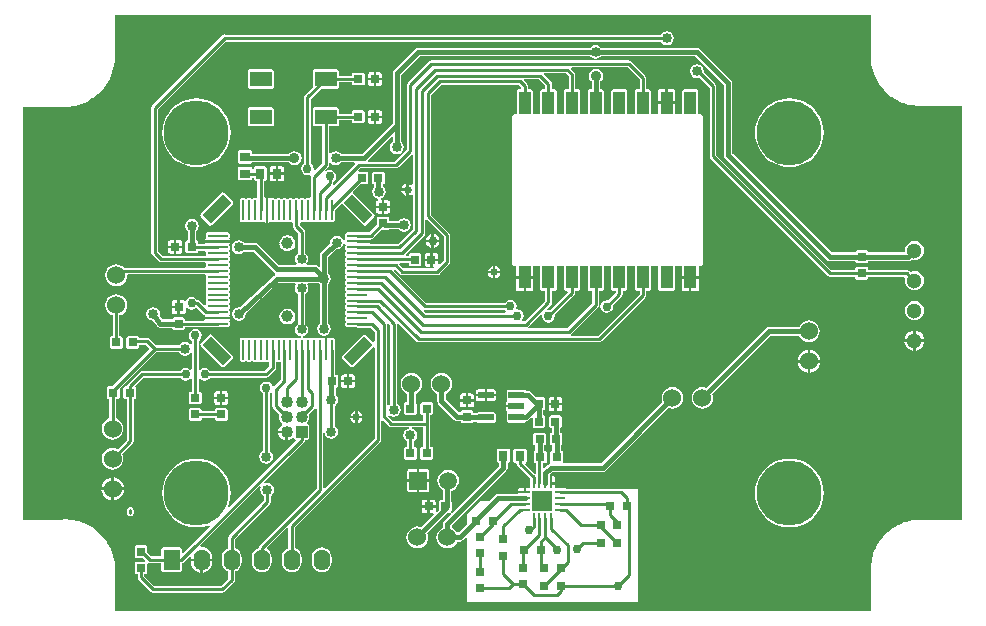
<source format=gtl>
G04 Layer_Physical_Order=1*
G04 Layer_Color=255*
%FSLAX25Y25*%
%MOIN*%
G70*
G01*
G75*
%ADD10R,0.07480X0.05118*%
%ADD11R,0.00866X0.06693*%
%ADD12R,0.06693X0.00866*%
G04:AMPARAMS|DCode=13|XSize=39.37mil|YSize=98.42mil|CornerRadius=0mil|HoleSize=0mil|Usage=FLASHONLY|Rotation=315.000|XOffset=0mil|YOffset=0mil|HoleType=Round|Shape=Rectangle|*
%AMROTATEDRECTD13*
4,1,4,-0.04872,-0.02088,0.02088,0.04872,0.04872,0.02088,-0.02088,-0.04872,-0.04872,-0.02088,0.0*
%
%ADD13ROTATEDRECTD13*%

G04:AMPARAMS|DCode=14|XSize=39.37mil|YSize=98.42mil|CornerRadius=0mil|HoleSize=0mil|Usage=FLASHONLY|Rotation=45.000|XOffset=0mil|YOffset=0mil|HoleType=Round|Shape=Rectangle|*
%AMROTATEDRECTD14*
4,1,4,0.02088,-0.04872,-0.04872,0.02088,-0.02088,0.04872,0.04872,-0.02088,0.02088,-0.04872,0.0*
%
%ADD14ROTATEDRECTD14*%

%ADD15R,0.03000X0.03000*%
%ADD16R,0.03000X0.03000*%
%ADD17R,0.03347X0.01102*%
%ADD18R,0.01102X0.03347*%
%ADD19R,0.06693X0.06693*%
%ADD20R,0.03150X0.03543*%
%ADD21R,0.05200X0.02200*%
%ADD22R,0.03543X0.03150*%
%ADD23R,0.04134X0.07677*%
%ADD24C,0.01000*%
%ADD25C,0.01575*%
%ADD26C,0.06000*%
%ADD27C,0.03937*%
%ADD28O,0.05500X0.07000*%
%ADD29R,0.05500X0.07000*%
%ADD30C,0.02559*%
%ADD31C,0.21654*%
%ADD32R,0.03862X0.03862*%
%ADD33C,0.04000*%
%ADD34R,0.05905X0.05905*%
%ADD35C,0.05905*%
%ADD36C,0.05118*%
%ADD37C,0.03347*%
%ADD38C,0.03000*%
%ADD39C,0.03543*%
G36*
X283445Y185907D02*
X283445Y185150D01*
X283455Y185101D01*
X283450Y185052D01*
X283598Y183546D01*
X283613Y183498D01*
Y183448D01*
X283908Y181964D01*
X283927Y181918D01*
X283932Y181869D01*
X284371Y180421D01*
X284395Y180377D01*
X284404Y180328D01*
X284983Y178930D01*
X285011Y178889D01*
X285026Y178841D01*
X285739Y177507D01*
X285770Y177468D01*
X285789Y177422D01*
X286630Y176164D01*
X286665Y176129D01*
X286689Y176085D01*
X287649Y174915D01*
X287687Y174884D01*
X287715Y174842D01*
X288250Y174307D01*
X288250Y174307D01*
X288571Y173986D01*
X288571Y173986D01*
X289081Y173476D01*
X289123Y173448D01*
X289154Y173410D01*
X290270Y172494D01*
X290314Y172471D01*
X290349Y172436D01*
X291549Y171634D01*
X291595Y171615D01*
X291633Y171583D01*
X292906Y170903D01*
X292953Y170888D01*
X292995Y170861D01*
X294328Y170309D01*
X294377Y170299D01*
X294421Y170275D01*
X295802Y169857D01*
X295851Y169852D01*
X295897Y169833D01*
X297313Y169551D01*
X297363D01*
X297410Y169536D01*
X298846Y169395D01*
X298896Y169400D01*
X298945Y169390D01*
X299666Y169390D01*
X313957Y169390D01*
X313957Y31476D01*
X300039Y31476D01*
X299018Y31476D01*
X298953Y31463D01*
X298886Y31467D01*
X296860Y31201D01*
X296798Y31179D01*
X296732Y31175D01*
X294758Y30646D01*
X294698Y30617D01*
X294633Y30604D01*
X292745Y29822D01*
X292690Y29785D01*
X292627Y29764D01*
X290857Y28742D01*
X290808Y28698D01*
X290748Y28669D01*
X289127Y27425D01*
X289083Y27375D01*
X289028Y27338D01*
X287583Y25893D01*
X287546Y25838D01*
X287496Y25794D01*
X286252Y24173D01*
X286223Y24114D01*
X286179Y24064D01*
X285157Y22294D01*
X285136Y22231D01*
X285100Y22176D01*
X284317Y20288D01*
X284304Y20223D01*
X284275Y20164D01*
X283746Y18190D01*
X283742Y18124D01*
X283721Y18061D01*
X283454Y16035D01*
X283458Y15969D01*
X283445Y15904D01*
X283445Y14882D01*
X283445Y1003D01*
X31515Y1003D01*
X31515Y13586D01*
X31594Y14678D01*
X31585Y14749D01*
X31594Y14821D01*
X31433Y17076D01*
X31414Y17145D01*
X31413Y17218D01*
X30933Y19427D01*
X30904Y19493D01*
X30892Y19564D01*
X30103Y21682D01*
X30065Y21744D01*
X30043Y21813D01*
X28960Y23797D01*
X28914Y23852D01*
X28882Y23918D01*
X27528Y25727D01*
X27474Y25776D01*
X27434Y25835D01*
X25835Y27434D01*
X25775Y27474D01*
X25727Y27528D01*
X23917Y28883D01*
X23852Y28914D01*
X23797Y28960D01*
X21813Y30043D01*
X21744Y30065D01*
X21682Y30103D01*
X19564Y30892D01*
X19493Y30904D01*
X19426Y30933D01*
X17217Y31413D01*
X17145Y31414D01*
X17076Y31433D01*
X14821Y31594D01*
X14749Y31585D01*
X14677Y31594D01*
X13587Y31515D01*
X1003Y31515D01*
X1003Y169115D01*
X14685Y169115D01*
X15720Y169115D01*
X15785Y169128D01*
X15851Y169123D01*
X17903Y169393D01*
X17965Y169414D01*
X18031Y169419D01*
X20030Y169955D01*
X20090Y169984D01*
X20155Y169997D01*
X22067Y170789D01*
X22122Y170825D01*
X22184Y170847D01*
X23977Y171881D01*
X24026Y171925D01*
X24086Y171954D01*
X25728Y173214D01*
X25771Y173264D01*
X25826Y173301D01*
X27290Y174764D01*
X27327Y174819D01*
X27376Y174863D01*
X28636Y176505D01*
X28665Y176564D01*
X28709Y176614D01*
X29744Y178406D01*
X29765Y178469D01*
X29802Y178524D01*
X30594Y180436D01*
X30607Y180501D01*
X30636Y180560D01*
X31172Y182559D01*
X31176Y182625D01*
X31197Y182688D01*
X31467Y184740D01*
X31463Y184806D01*
X31476Y184871D01*
X31476Y185906D01*
X31476Y199784D01*
X283445Y199784D01*
X283445Y185907D01*
D02*
G37*
%LPC*%
G36*
X148425Y70860D02*
X146516D01*
Y69754D01*
X146577Y69447D01*
X146751Y69186D01*
X147012Y69012D01*
X147319Y68951D01*
X148425D01*
Y70860D01*
D02*
G37*
G36*
X151122D02*
X149213D01*
Y68951D01*
X150319D01*
X150626Y69012D01*
X150887Y69186D01*
X151061Y69447D01*
X151122Y69754D01*
Y70860D01*
D02*
G37*
G36*
X222835Y111811D02*
X220359D01*
Y108366D01*
X220420Y108059D01*
X220594Y107799D01*
X220854Y107624D01*
X221161Y107563D01*
X222835D01*
Y111811D01*
D02*
G37*
G36*
X226098D02*
X223622D01*
Y107563D01*
X225295D01*
X225603Y107624D01*
X225863Y107799D01*
X226037Y108059D01*
X226098Y108366D01*
Y111811D01*
D02*
G37*
G36*
X52323Y104620D02*
X51217D01*
X50909Y104559D01*
X50649Y104385D01*
X50475Y104124D01*
X50414Y103817D01*
Y102711D01*
X52323D01*
Y104620D01*
D02*
G37*
G36*
Y101923D02*
X50414D01*
Y100817D01*
X50475Y100510D01*
X50649Y100249D01*
X50909Y100075D01*
X51217Y100014D01*
X52323D01*
Y101923D01*
D02*
G37*
G36*
X297992Y104358D02*
X297170Y104250D01*
X296404Y103932D01*
X295746Y103427D01*
X295241Y102769D01*
X294924Y102003D01*
X294815Y101181D01*
X294924Y100359D01*
X295241Y99593D01*
X295746Y98935D01*
X296404Y98430D01*
X297170Y98113D01*
X297992Y98004D01*
X298814Y98113D01*
X299581Y98430D01*
X300238Y98935D01*
X300743Y99593D01*
X301061Y100359D01*
X301169Y101181D01*
X301061Y102003D01*
X300743Y102769D01*
X300238Y103427D01*
X299581Y103932D01*
X298814Y104250D01*
X297992Y104358D01*
D02*
G37*
G36*
X69232Y71642D02*
X67323D01*
Y69733D01*
X68429D01*
X68736Y69794D01*
X68997Y69968D01*
X69171Y70228D01*
X69232Y70535D01*
Y71642D01*
D02*
G37*
G36*
X89101Y101847D02*
X88976Y101822D01*
X88852Y101847D01*
X88084Y101694D01*
X87978Y101623D01*
X87853Y101598D01*
X87202Y101163D01*
X87131Y101058D01*
X87026Y100987D01*
X86591Y100336D01*
X86566Y100211D01*
X86495Y100105D01*
X86342Y99337D01*
X86355Y99273D01*
X86330Y99213D01*
X86355Y99152D01*
X86342Y99088D01*
X86495Y98320D01*
X86566Y98214D01*
X86591Y98089D01*
X87026Y97438D01*
X87131Y97368D01*
X87202Y97262D01*
X87853Y96827D01*
X87978Y96802D01*
X88084Y96731D01*
X88852Y96579D01*
X88976Y96603D01*
X89101Y96579D01*
X89869Y96731D01*
X89975Y96802D01*
X90100Y96827D01*
X90751Y97262D01*
X90821Y97368D01*
X90927Y97438D01*
X91362Y98089D01*
X91387Y98214D01*
X91458Y98320D01*
X91610Y99088D01*
X91598Y99152D01*
X91623Y99213D01*
X91598Y99273D01*
X91610Y99337D01*
X91458Y100105D01*
X91387Y100211D01*
X91362Y100336D01*
X90927Y100987D01*
X90821Y101058D01*
X90751Y101163D01*
X90100Y101598D01*
X89975Y101623D01*
X89869Y101694D01*
X89101Y101847D01*
D02*
G37*
G36*
X66535Y71642D02*
X64626D01*
Y70535D01*
X64687Y70228D01*
X64861Y69968D01*
X65122Y69794D01*
X65429Y69733D01*
X66535D01*
Y71642D01*
D02*
G37*
G36*
X225512Y183292D02*
X224628Y183117D01*
X223880Y182616D01*
X223379Y181868D01*
X223204Y180984D01*
X223379Y180101D01*
X223880Y179352D01*
X224628Y178852D01*
X225512Y178676D01*
X226395Y178852D01*
X226414Y178864D01*
X229754Y175524D01*
Y152565D01*
X229754Y152565D01*
X229839Y152139D01*
X230080Y151779D01*
X269017Y112842D01*
X269017Y112842D01*
X269378Y112601D01*
X269803Y112516D01*
X278294D01*
Y112128D01*
X278481Y111676D01*
X278933Y111489D01*
X281933D01*
X282385Y111676D01*
X282572Y112128D01*
Y112516D01*
X294595D01*
X294929Y112016D01*
X294924Y112003D01*
X294815Y111181D01*
X294924Y110359D01*
X295241Y109593D01*
X295746Y108935D01*
X296404Y108430D01*
X297170Y108113D01*
X297992Y108004D01*
X298814Y108113D01*
X299581Y108430D01*
X300238Y108935D01*
X300743Y109593D01*
X301061Y110359D01*
X301169Y111181D01*
X301061Y112003D01*
X300743Y112769D01*
X300238Y113427D01*
X299581Y113932D01*
X298814Y114250D01*
X297992Y114358D01*
X297170Y114250D01*
X296693Y114052D01*
X296332Y114414D01*
X295971Y114655D01*
X295545Y114740D01*
X295545Y114740D01*
X282572D01*
Y115128D01*
X282385Y115580D01*
X281933Y115767D01*
X278933D01*
X278481Y115580D01*
X278294Y115128D01*
Y114740D01*
X270264D01*
X231978Y153025D01*
Y175984D01*
X231978Y175984D01*
X231893Y176410D01*
X231652Y176770D01*
X231652Y176770D01*
X227757Y180666D01*
X227820Y180984D01*
X227644Y181868D01*
X227144Y182616D01*
X226395Y183117D01*
X225512Y183292D01*
D02*
G37*
G36*
X167936Y74731D02*
X162736D01*
X162284Y74543D01*
X162097Y74091D01*
Y71891D01*
X162284Y71439D01*
X162169Y70960D01*
X162162Y70949D01*
X161995Y70699D01*
X161933Y70391D01*
Y69685D01*
X165336D01*
Y68898D01*
X161933D01*
Y68191D01*
X161995Y67884D01*
X162162Y67634D01*
X162169Y67623D01*
X162284Y67143D01*
X162097Y66691D01*
Y64491D01*
X162284Y64039D01*
X162736Y63852D01*
X167936D01*
X168388Y64039D01*
X168458Y64209D01*
X168885Y64293D01*
X169341Y64598D01*
X170201Y65459D01*
X170701Y65251D01*
Y62673D01*
X170889Y62221D01*
X171341Y62034D01*
X174341D01*
X174793Y62221D01*
X174980Y62673D01*
Y65673D01*
X174793Y66125D01*
X174341Y66312D01*
X174246D01*
Y67940D01*
X174341D01*
X174793Y68127D01*
X174980Y68579D01*
Y71579D01*
X174793Y72031D01*
X174341Y72218D01*
X171901D01*
X170134Y73985D01*
X169678Y74289D01*
X169141Y74396D01*
X168449D01*
X168388Y74543D01*
X167936Y74731D01*
D02*
G37*
G36*
X140315Y80393D02*
X139378Y80270D01*
X138504Y79908D01*
X137754Y79333D01*
X137179Y78582D01*
X136817Y77709D01*
X136693Y76772D01*
X136817Y75834D01*
X137179Y74961D01*
X137754Y74211D01*
X138504Y73635D01*
X138910Y73467D01*
Y71102D01*
X139017Y70565D01*
X139321Y70109D01*
X144670Y64761D01*
X145126Y64456D01*
X145663Y64349D01*
X146680D01*
Y64254D01*
X146867Y63802D01*
X147319Y63615D01*
X150319D01*
X150771Y63802D01*
X150930Y64186D01*
X152023D01*
X152084Y64039D01*
X152536Y63852D01*
X157736D01*
X158188Y64039D01*
X158375Y64491D01*
Y66691D01*
X158188Y67143D01*
X157736Y67331D01*
X152536D01*
X152084Y67143D01*
X152023Y66996D01*
X150958D01*
Y67254D01*
X150771Y67706D01*
X150319Y67893D01*
X147319D01*
X146867Y67706D01*
X146693Y67286D01*
X146486Y67243D01*
X146180Y67225D01*
X141720Y71684D01*
Y73467D01*
X142126Y73635D01*
X142876Y74211D01*
X143451Y74961D01*
X143813Y75834D01*
X143937Y76772D01*
X143813Y77709D01*
X143451Y78582D01*
X142876Y79333D01*
X142126Y79908D01*
X141252Y80270D01*
X140315Y80393D01*
D02*
G37*
G36*
X191693Y189710D02*
X190810Y189534D01*
X190061Y189034D01*
X189909Y188806D01*
X132520D01*
X131982Y188700D01*
X131526Y188395D01*
X124518Y181387D01*
X124214Y180931D01*
X124107Y180394D01*
Y163653D01*
X113828Y153374D01*
X106902D01*
X106750Y153601D01*
X106001Y154101D01*
X105118Y154277D01*
X104235Y154101D01*
X103486Y153601D01*
X103384Y153447D01*
X102884Y153599D01*
Y162550D01*
X105512D01*
X105964Y162737D01*
X106151Y163189D01*
Y164636D01*
X110465D01*
Y164248D01*
X110652Y163796D01*
X111104Y163609D01*
X114104D01*
X114556Y163796D01*
X114743Y164248D01*
Y167248D01*
X114556Y167700D01*
X114104Y167887D01*
X111104D01*
X110652Y167700D01*
X110465Y167248D01*
Y166860D01*
X106151D01*
Y168307D01*
X105964Y168759D01*
X105512Y168946D01*
X98032D01*
X97579Y168759D01*
X97392Y168307D01*
Y163189D01*
X97579Y162737D01*
X98032Y162550D01*
X100660D01*
Y150264D01*
X98184Y147788D01*
X97723Y148034D01*
X97801Y148425D01*
X97638Y149241D01*
X97176Y149932D01*
X96781Y150197D01*
Y171783D01*
X100146Y175148D01*
X105512D01*
X105964Y175335D01*
X106151Y175787D01*
Y177235D01*
X110465D01*
Y176847D01*
X110652Y176394D01*
X111104Y176207D01*
X114104D01*
X114556Y176394D01*
X114743Y176847D01*
Y179847D01*
X114556Y180298D01*
X114104Y180486D01*
X111104D01*
X110652Y180298D01*
X110465Y179847D01*
Y179458D01*
X106151D01*
Y180905D01*
X105964Y181358D01*
X105512Y181545D01*
X98032D01*
X97579Y181358D01*
X97392Y180905D01*
Y175787D01*
X97465Y175612D01*
X94883Y173030D01*
X94642Y172670D01*
X94557Y172244D01*
X94557Y172244D01*
Y150197D01*
X94162Y149932D01*
X93700Y149241D01*
X93538Y148425D01*
X93700Y147609D01*
X94162Y146918D01*
X94854Y146456D01*
X95669Y146294D01*
X96337Y146427D01*
X96680Y146142D01*
X96746Y146037D01*
X96709Y145852D01*
X96709Y145852D01*
Y138912D01*
X96293Y138634D01*
X96285Y138637D01*
X95419D01*
X94967Y138450D01*
X94769Y138450D01*
X94317Y138637D01*
X93451D01*
X92999Y138450D01*
X92800Y138450D01*
X92348Y138637D01*
X91482D01*
X91030Y138450D01*
X90832Y138450D01*
X90380Y138637D01*
X89514D01*
X89062Y138450D01*
X88863Y138450D01*
X88411Y138637D01*
X87545D01*
X87093Y138450D01*
X86895Y138450D01*
X86443Y138637D01*
X85577D01*
X85125Y138450D01*
X84926Y138450D01*
X84474Y138637D01*
X83608D01*
X83156Y138450D01*
X83156Y138450D01*
X83144Y138460D01*
X83074Y138566D01*
X82813Y138740D01*
X82506Y138801D01*
X82467D01*
Y134652D01*
Y130502D01*
X82506D01*
X82813Y130563D01*
X83074Y130737D01*
X83144Y130843D01*
X83156Y130853D01*
X83156D01*
X83608Y130666D01*
X84474D01*
X84926Y130853D01*
X85125Y130853D01*
X85577Y130666D01*
X86443D01*
X86895Y130853D01*
X87093Y130853D01*
X87545Y130666D01*
X88411D01*
X88863Y130853D01*
X89062Y130853D01*
X89514Y130666D01*
X90380D01*
X90388Y130669D01*
X90803Y130391D01*
Y129305D01*
X90803Y129305D01*
X90888Y128879D01*
X91129Y128519D01*
X92589Y127059D01*
Y120484D01*
X92069Y120136D01*
X91568Y119387D01*
X91393Y118504D01*
X91568Y117621D01*
X92069Y116872D01*
X92078Y116866D01*
X91926Y116366D01*
X86015D01*
X79129Y123251D01*
X78673Y123556D01*
X78136Y123663D01*
X74526D01*
X74374Y123890D01*
X73625Y124390D01*
X72742Y124566D01*
X71859Y124390D01*
X71110Y123890D01*
X70610Y123141D01*
X70434Y122258D01*
X70610Y121375D01*
X71110Y120626D01*
X71859Y120125D01*
X72742Y119950D01*
X73625Y120125D01*
X74374Y120626D01*
X74526Y120853D01*
X77554D01*
X84440Y113967D01*
X84895Y113663D01*
X84997Y113642D01*
X84989Y113134D01*
X84938Y113126D01*
X84918Y113113D01*
X84895Y113109D01*
X84686Y112969D01*
X84472Y112836D01*
X73171Y102241D01*
X72835Y102308D01*
X71951Y102132D01*
X71203Y101632D01*
X70702Y100883D01*
X70526Y100000D01*
X70702Y99117D01*
X71203Y98368D01*
X71951Y97868D01*
X72835Y97692D01*
X73718Y97868D01*
X74467Y98368D01*
X74967Y99117D01*
X75143Y100000D01*
X75103Y100201D01*
X85989Y110406D01*
X91543D01*
X91810Y109906D01*
X91568Y109545D01*
X91393Y108661D01*
X91568Y107778D01*
X92069Y107029D01*
X92589Y106682D01*
Y96861D01*
X92069Y96514D01*
X91568Y95765D01*
X91393Y94882D01*
X91568Y93999D01*
X92069Y93250D01*
X92817Y92750D01*
X93377Y92638D01*
X93400Y92493D01*
X93361Y92132D01*
X92999Y91982D01*
X92800Y91982D01*
X92348Y92169D01*
X91482D01*
X91030Y91982D01*
X90832Y91982D01*
X90380Y92169D01*
X89514D01*
X89062Y91982D01*
X88863Y91982D01*
X88411Y92169D01*
X87545D01*
X87093Y91982D01*
X86895Y91982D01*
X86443Y92169D01*
X85577D01*
X85125Y91982D01*
X84926Y91982D01*
X84474Y92169D01*
X83608D01*
X83156Y91982D01*
X82958Y91982D01*
X82506Y92169D01*
X81640D01*
X81188Y91982D01*
X80989Y91982D01*
X80537Y92169D01*
X79671D01*
X79219Y91982D01*
X79021Y91982D01*
X78569Y92169D01*
X77703D01*
X77251Y91982D01*
X77052Y91982D01*
X76600Y92169D01*
X75734D01*
X75282Y91982D01*
X75084Y91982D01*
X74632Y92169D01*
X73766D01*
X73314Y91982D01*
X73127Y91530D01*
Y84837D01*
X73314Y84385D01*
X73766Y84197D01*
X74632D01*
X75084Y84385D01*
X75282Y84385D01*
X75734Y84197D01*
X76600D01*
X77052Y84385D01*
X77251Y84385D01*
X77703Y84197D01*
X78569D01*
X79021Y84385D01*
X79219Y84385D01*
X79671Y84197D01*
X80537D01*
X80989Y84385D01*
X81188Y84385D01*
X81640Y84197D01*
X82506D01*
X82514Y84201D01*
X82929Y83923D01*
Y82534D01*
X81429Y81033D01*
X63189D01*
X62924Y81428D01*
X62233Y81890D01*
X61417Y82053D01*
X60602Y81890D01*
X59910Y81428D01*
X59880Y81383D01*
X59380Y81534D01*
Y91142D01*
X59775Y91406D01*
X60237Y92098D01*
X60399Y92913D01*
X60237Y93729D01*
X59775Y94421D01*
X59083Y94883D01*
X58268Y95045D01*
X57452Y94883D01*
X56761Y94421D01*
X56299Y93729D01*
X56136Y92913D01*
X56299Y92098D01*
X56761Y91406D01*
X57156Y91142D01*
Y90036D01*
X56656Y89884D01*
X56514Y90097D01*
X55765Y90597D01*
X54882Y90773D01*
X53999Y90597D01*
X53250Y90097D01*
X52902Y89577D01*
X45224D01*
X43070Y91731D01*
X42709Y91972D01*
X42283Y92057D01*
X42283Y92057D01*
X39533D01*
X39348Y92503D01*
X38896Y92690D01*
X35896D01*
X35444Y92503D01*
X35256Y92051D01*
Y89051D01*
X35444Y88599D01*
X35896Y88412D01*
X38896D01*
X39348Y88599D01*
X39535Y89051D01*
Y89833D01*
X41823D01*
X43191Y88465D01*
X30645Y75919D01*
X29411D01*
X28959Y75731D01*
X28772Y75279D01*
Y72280D01*
X28959Y71828D01*
X29411Y71640D01*
X29597D01*
Y65237D01*
X28898Y64947D01*
X28148Y64372D01*
X27572Y63622D01*
X27211Y62748D01*
X27087Y61811D01*
X27211Y60874D01*
X27572Y60000D01*
X28148Y59250D01*
X28898Y58675D01*
X29771Y58313D01*
X30709Y58189D01*
X31646Y58313D01*
X32519Y58675D01*
X33270Y59250D01*
X33845Y60000D01*
X34207Y60874D01*
X34330Y61811D01*
X34207Y62748D01*
X33845Y63622D01*
X33270Y64372D01*
X32519Y64947D01*
X31821Y65237D01*
Y71640D01*
X32411D01*
X32863Y71828D01*
X33051Y72280D01*
Y75179D01*
X45224Y87353D01*
X52902D01*
X53250Y86832D01*
X53999Y86332D01*
X54882Y86156D01*
X55765Y86332D01*
X56514Y86832D01*
X56656Y87045D01*
X57156Y86893D01*
Y81534D01*
X56656Y81383D01*
X56625Y81428D01*
X55934Y81890D01*
X55118Y82053D01*
X54302Y81890D01*
X53611Y81428D01*
X53347Y81033D01*
X40551D01*
X40126Y80949D01*
X39765Y80708D01*
X39765Y80708D01*
X35816Y76759D01*
X35575Y76398D01*
X35490Y75972D01*
X35009Y75919D01*
X34911D01*
X34459Y75731D01*
X34272Y75279D01*
Y72280D01*
X34459Y71828D01*
X34911Y71640D01*
X35490D01*
Y58165D01*
X32345Y55020D01*
X31646Y55309D01*
X30709Y55433D01*
X29771Y55309D01*
X28898Y54947D01*
X28148Y54372D01*
X27572Y53622D01*
X27211Y52748D01*
X27087Y51811D01*
X27211Y50874D01*
X27572Y50000D01*
X28148Y49250D01*
X28898Y48675D01*
X29771Y48313D01*
X30709Y48189D01*
X31646Y48313D01*
X32519Y48675D01*
X33270Y49250D01*
X33845Y50000D01*
X34207Y50874D01*
X34330Y51811D01*
X34207Y52748D01*
X33917Y53447D01*
X37389Y56919D01*
X37630Y57279D01*
X37714Y57705D01*
X37714Y57705D01*
Y71640D01*
X37911D01*
X38363Y71828D01*
X38551Y72280D01*
Y75279D01*
X38363Y75731D01*
X38292Y76090D01*
X41012Y78809D01*
X53347D01*
X53611Y78414D01*
X54302Y77952D01*
X55118Y77790D01*
X55934Y77952D01*
X56625Y78414D01*
X56656Y78460D01*
X57156Y78308D01*
Y74181D01*
X56768D01*
X56316Y73993D01*
X56129Y73541D01*
Y70541D01*
X56316Y70089D01*
X56768Y69902D01*
X59768D01*
X60220Y70089D01*
X60407Y70541D01*
Y73541D01*
X60220Y73993D01*
X59768Y74181D01*
X59380D01*
Y78308D01*
X59880Y78460D01*
X59910Y78414D01*
X60602Y77952D01*
X61417Y77790D01*
X62233Y77952D01*
X62924Y78414D01*
X63189Y78809D01*
X81890D01*
X81890Y78809D01*
X82315Y78894D01*
X82676Y79135D01*
X84828Y81287D01*
X85069Y81647D01*
X85153Y82073D01*
X85153Y82073D01*
Y83923D01*
X85569Y84201D01*
X85577Y84197D01*
X86443D01*
X86451Y84201D01*
X86866Y83923D01*
Y78203D01*
X84518Y75854D01*
X83976Y76019D01*
X83938Y76209D01*
X83476Y76901D01*
X82784Y77363D01*
X81968Y77525D01*
X81153Y77363D01*
X80461Y76901D01*
X79999Y76209D01*
X79837Y75394D01*
X79999Y74578D01*
X80461Y73887D01*
X80857Y73622D01*
Y54460D01*
X80336Y54112D01*
X79836Y53364D01*
X79660Y52480D01*
X79836Y51597D01*
X80336Y50848D01*
X81085Y50348D01*
X81968Y50172D01*
X82852Y50348D01*
X83601Y50848D01*
X84101Y51597D01*
X84277Y52480D01*
X84101Y53364D01*
X83601Y54112D01*
X83080Y54460D01*
Y73536D01*
X83464Y73819D01*
X83927Y73668D01*
Y69291D01*
X83927Y69291D01*
X84012Y68866D01*
X84253Y68505D01*
X86223Y66535D01*
X86177Y66424D01*
X86088Y65748D01*
X86177Y65072D01*
X86438Y64442D01*
X86853Y63901D01*
X87157Y63667D01*
X87191Y63548D01*
X87151Y63072D01*
X86713Y62736D01*
X86266Y62154D01*
X85985Y61476D01*
X85941Y61142D01*
X88701D01*
Y60748D01*
X89095D01*
Y57988D01*
X89428Y58032D01*
X90106Y58313D01*
X90662Y58740D01*
X90682Y58743D01*
X90797Y58731D01*
X91212Y58620D01*
X91318Y58365D01*
X91543Y58272D01*
X91694Y57716D01*
X69600Y35622D01*
X69176Y35905D01*
X69554Y36815D01*
X69973Y38563D01*
X70114Y40354D01*
X69973Y42146D01*
X69554Y43893D01*
X68866Y45554D01*
X67927Y47086D01*
X66760Y48453D01*
X65393Y49620D01*
X63861Y50559D01*
X62200Y51246D01*
X60453Y51666D01*
X58661Y51807D01*
X56870Y51666D01*
X55122Y51246D01*
X53462Y50559D01*
X51930Y49620D01*
X50563Y48453D01*
X49396Y47086D01*
X48457Y45554D01*
X47769Y43893D01*
X47350Y42146D01*
X47209Y40354D01*
X47350Y38563D01*
X47769Y36815D01*
X48457Y35155D01*
X49396Y33623D01*
X50563Y32256D01*
X51930Y31089D01*
X53462Y30150D01*
X55122Y29462D01*
X56870Y29043D01*
X58661Y28902D01*
X60453Y29043D01*
X62200Y29462D01*
X63111Y29839D01*
X63394Y29416D01*
X54245Y20266D01*
X53783Y20458D01*
Y21610D01*
X53596Y22062D01*
X53144Y22250D01*
X47644D01*
X47192Y22062D01*
X47005Y21610D01*
Y19222D01*
X43571D01*
X42297Y20496D01*
Y22360D01*
X42110Y22812D01*
X41658Y22999D01*
X38658D01*
X38206Y22812D01*
X38018Y22360D01*
Y19360D01*
X38206Y18908D01*
X38658Y18721D01*
X40927D01*
X41649Y18000D01*
X41441Y17500D01*
X38658D01*
X38206Y17312D01*
X38018Y16860D01*
Y13860D01*
X38206Y13408D01*
X38658Y13221D01*
X39046D01*
Y12205D01*
X39046Y12205D01*
X39130Y11779D01*
X39371Y11418D01*
X43308Y7481D01*
X43308Y7481D01*
X43669Y7241D01*
X44094Y7156D01*
X67323D01*
X67323Y7156D01*
X67748Y7241D01*
X68109Y7481D01*
X71180Y10552D01*
X71180Y10552D01*
X71421Y10913D01*
X71506Y11339D01*
Y14205D01*
X72078Y14442D01*
X72776Y14978D01*
X73312Y15676D01*
X73648Y16488D01*
X73763Y17360D01*
Y18860D01*
X73648Y19732D01*
X73312Y20545D01*
X72776Y21243D01*
X72078Y21778D01*
X71506Y22016D01*
Y25051D01*
X83070Y36615D01*
X83311Y36976D01*
X83395Y37402D01*
X83395Y37402D01*
Y39477D01*
X83916Y39825D01*
X84416Y40573D01*
X84592Y41457D01*
X84416Y42340D01*
X83916Y43089D01*
X83167Y43589D01*
X82284Y43765D01*
X81425Y43594D01*
X81393Y43615D01*
X81167Y44043D01*
X94487Y57363D01*
X94487Y57363D01*
X94728Y57724D01*
X94813Y58150D01*
X95289Y58178D01*
X95632D01*
X96084Y58365D01*
X96271Y58817D01*
Y62679D01*
X96084Y63131D01*
X95632Y63318D01*
X95611D01*
X95441Y63818D01*
X95548Y63901D01*
X95964Y64442D01*
X96225Y65072D01*
X96314Y65748D01*
X96225Y66424D01*
X96123Y66670D01*
X97971Y68519D01*
X97971Y68519D01*
X98588Y68542D01*
X98677Y68473D01*
Y41812D01*
X79607Y22741D01*
X79366Y22381D01*
X79295Y22021D01*
X78709Y21778D01*
X78011Y21243D01*
X77476Y20545D01*
X77139Y19732D01*
X77024Y18860D01*
Y17360D01*
X77139Y16488D01*
X77476Y15676D01*
X78011Y14978D01*
X78709Y14442D01*
X79522Y14106D01*
X80394Y13991D01*
X81266Y14106D01*
X82078Y14442D01*
X82776Y14978D01*
X83312Y15676D01*
X83648Y16488D01*
X83763Y17360D01*
Y18860D01*
X83648Y19732D01*
X83312Y20545D01*
X82776Y21243D01*
X82315Y21597D01*
X82227Y22217D01*
X88820Y28809D01*
X89282Y28618D01*
Y22016D01*
X88709Y21778D01*
X88011Y21243D01*
X87476Y20545D01*
X87139Y19732D01*
X87024Y18860D01*
Y17360D01*
X87139Y16488D01*
X87476Y15676D01*
X88011Y14978D01*
X88709Y14442D01*
X89522Y14106D01*
X90394Y13991D01*
X91266Y14106D01*
X92078Y14442D01*
X92776Y14978D01*
X93312Y15676D01*
X93648Y16488D01*
X93763Y17360D01*
Y18860D01*
X93648Y19732D01*
X93312Y20545D01*
X92776Y21243D01*
X92078Y21778D01*
X91506Y22016D01*
Y28910D01*
X119944Y57348D01*
X119944Y57348D01*
X120185Y57708D01*
X120269Y58134D01*
X120269Y58134D01*
Y64459D01*
X120769Y64666D01*
X122836Y62600D01*
X123196Y62359D01*
X123622Y62274D01*
X123622Y62274D01*
X129369D01*
X129419Y61774D01*
X129044Y61699D01*
X128295Y61199D01*
X127795Y60450D01*
X127619Y59567D01*
X127795Y58684D01*
X128295Y57935D01*
X128815Y57587D01*
Y55801D01*
X128466D01*
X128015Y55613D01*
X127827Y55161D01*
Y52161D01*
X128015Y51709D01*
X128466Y51522D01*
X131466D01*
X131919Y51709D01*
X132106Y52161D01*
Y55161D01*
X131919Y55613D01*
X131466Y55801D01*
X131039D01*
Y57587D01*
X131559Y57935D01*
X132060Y58684D01*
X132235Y59567D01*
X132060Y60450D01*
X131559Y61199D01*
X130810Y61699D01*
X130436Y61774D01*
X130485Y62274D01*
X134315D01*
Y55801D01*
X133967D01*
X133515Y55613D01*
X133327Y55161D01*
Y52161D01*
X133515Y51709D01*
X133967Y51522D01*
X136967D01*
X137418Y51709D01*
X137606Y52161D01*
Y55161D01*
X137418Y55613D01*
X136967Y55801D01*
X136539D01*
Y63392D01*
Y66365D01*
X136927D01*
X137379Y66552D01*
X137566Y67004D01*
Y70004D01*
X137379Y70456D01*
X136927Y70643D01*
X133927D01*
X133475Y70456D01*
X133288Y70004D01*
Y67004D01*
X133475Y66552D01*
X133927Y66365D01*
X134315D01*
Y64498D01*
X124083D01*
X122555Y66025D01*
X122874Y66414D01*
X123526Y65978D01*
X124409Y65802D01*
X125293Y65978D01*
X126041Y66478D01*
X126542Y67227D01*
X126718Y68110D01*
X126542Y68994D01*
X126041Y69742D01*
X125521Y70090D01*
Y96609D01*
X126021Y96816D01*
X131891Y90946D01*
X132252Y90705D01*
X132677Y90620D01*
X132677Y90620D01*
X192913D01*
X192913Y90620D01*
X193339Y90705D01*
X193700Y90946D01*
X208267Y105513D01*
X208508Y105874D01*
X208592Y106299D01*
X208592Y106299D01*
Y107727D01*
X209547D01*
X209999Y107914D01*
X210187Y108366D01*
Y116043D01*
X210193Y116054D01*
X212641D01*
X212648Y116043D01*
Y108366D01*
X212835Y107914D01*
X213287Y107727D01*
X217421D01*
X217873Y107914D01*
X218060Y108366D01*
Y116043D01*
X218067Y116054D01*
X220350D01*
X220359Y116043D01*
Y112599D01*
X223228D01*
X226098D01*
Y116043D01*
X226107Y116054D01*
X226772D01*
X227224Y116241D01*
X227411Y116693D01*
Y165984D01*
X227224Y166436D01*
X226772Y166623D01*
X225941D01*
X225935Y166634D01*
Y174311D01*
X225747Y174763D01*
X225295Y174950D01*
X221161D01*
X220709Y174763D01*
X220522Y174311D01*
Y166634D01*
X220515Y166623D01*
X218233D01*
X218224Y166634D01*
Y170079D01*
X215354D01*
X212485D01*
Y166634D01*
X212476Y166623D01*
X210193D01*
X210187Y166634D01*
Y174311D01*
X209999Y174763D01*
X209547Y174950D01*
X208592D01*
Y178740D01*
X208508Y179166D01*
X208267Y179526D01*
X208266Y179526D01*
X203542Y184251D01*
X203181Y184492D01*
X202756Y184576D01*
X202756Y184576D01*
X137008D01*
X136582Y184492D01*
X136222Y184251D01*
X136222Y184251D01*
X129135Y177164D01*
X128894Y176804D01*
X128809Y176378D01*
X128809Y176378D01*
Y154870D01*
X124776Y150836D01*
X115971D01*
X115764Y151336D01*
X123606Y159178D01*
X124067Y158986D01*
Y157414D01*
X123840Y157262D01*
X123340Y156513D01*
X123164Y155630D01*
X123340Y154747D01*
X123840Y153998D01*
X124589Y153498D01*
X125472Y153322D01*
X126356Y153498D01*
X127104Y153998D01*
X127605Y154747D01*
X127781Y155630D01*
X127605Y156513D01*
X127104Y157262D01*
X126877Y157414D01*
Y162873D01*
X126917Y163071D01*
Y179812D01*
X133102Y185997D01*
X189909D01*
X190061Y185769D01*
X190810Y185269D01*
X191693Y185093D01*
X192576Y185269D01*
X193325Y185769D01*
X193477Y185997D01*
X224812D01*
X234501Y176308D01*
Y153026D01*
X234608Y152488D01*
X234912Y152032D01*
X268810Y118134D01*
X269266Y117830D01*
X269803Y117723D01*
X278294D01*
Y117628D01*
X278481Y117176D01*
X278933Y116989D01*
X281933D01*
X282385Y117176D01*
X282572Y117628D01*
Y117723D01*
X295939D01*
X296477Y117830D01*
X296932Y118134D01*
X296987Y118189D01*
X297170Y118113D01*
X297992Y118004D01*
X298814Y118113D01*
X299581Y118430D01*
X300238Y118935D01*
X300743Y119593D01*
X301061Y120359D01*
X301169Y121181D01*
X301061Y122003D01*
X300743Y122769D01*
X300238Y123427D01*
X299581Y123932D01*
X298814Y124250D01*
X297992Y124358D01*
X297170Y124250D01*
X296404Y123932D01*
X295746Y123427D01*
X295241Y122769D01*
X294924Y122003D01*
X294815Y121181D01*
X294851Y120909D01*
X294521Y120533D01*
X282572D01*
Y120628D01*
X282385Y121080D01*
X281933Y121267D01*
X278933D01*
X278481Y121080D01*
X278294Y120628D01*
Y120533D01*
X270385D01*
X237311Y153607D01*
Y176890D01*
X237204Y177427D01*
X236899Y177883D01*
X226387Y188395D01*
X225931Y188700D01*
X225394Y188806D01*
X193477D01*
X193325Y189034D01*
X192576Y189534D01*
X191693Y189710D01*
D02*
G37*
G36*
X135512Y48283D02*
X132953D01*
Y44921D01*
X136315D01*
Y47480D01*
X136253Y47787D01*
X136080Y48048D01*
X135819Y48222D01*
X135512Y48283D01*
D02*
G37*
G36*
X88307Y60354D02*
X85941D01*
X85985Y60020D01*
X86266Y59342D01*
X86713Y58760D01*
X87295Y58313D01*
X87973Y58032D01*
X88307Y57988D01*
Y60354D01*
D02*
G37*
G36*
X180643Y69685D02*
X178734D01*
Y67776D01*
X179841D01*
X180148Y67837D01*
X180408Y68011D01*
X180582Y68271D01*
X180643Y68579D01*
Y69685D01*
D02*
G37*
G36*
X217323Y75669D02*
X216386Y75545D01*
X215512Y75184D01*
X214762Y74608D01*
X214187Y73858D01*
X213825Y72985D01*
X213701Y72047D01*
X213825Y71110D01*
X213993Y70704D01*
X193512Y50224D01*
X181150D01*
X180816Y50724D01*
X180874Y50862D01*
Y53862D01*
X180686Y54314D01*
X180234Y54501D01*
X180139D01*
Y56255D01*
X180464Y56389D01*
X180651Y56841D01*
Y59841D01*
X180464Y60293D01*
X180012Y60480D01*
X179917D01*
Y62066D01*
X180292Y62221D01*
X180480Y62673D01*
Y65673D01*
X180292Y66125D01*
X179841Y66312D01*
X176841D01*
X176389Y66125D01*
X176201Y65673D01*
Y62673D01*
X176389Y62221D01*
X176841Y62034D01*
X177107D01*
Y60480D01*
X177012D01*
X176560Y60293D01*
X176373Y59841D01*
Y56841D01*
X176560Y56389D01*
X177012Y56202D01*
X177329D01*
Y54501D01*
X177234D01*
X176782Y54314D01*
X176595Y53862D01*
Y50862D01*
X176658Y50711D01*
X176391Y50148D01*
X176234Y50117D01*
X175778Y49812D01*
X174580Y48614D01*
X174118Y48806D01*
Y50223D01*
X174734D01*
X175186Y50410D01*
X175373Y50862D01*
Y53862D01*
X175186Y54314D01*
X174734Y54501D01*
X174417D01*
Y56202D01*
X174512D01*
X174964Y56389D01*
X175151Y56841D01*
Y59841D01*
X174964Y60293D01*
X174512Y60480D01*
X171512D01*
X171060Y60293D01*
X170873Y59841D01*
Y56841D01*
X171060Y56389D01*
X171512Y56202D01*
X171607D01*
Y54449D01*
X171282Y54314D01*
X171095Y53862D01*
Y50862D01*
X171282Y50410D01*
X171734Y50223D01*
X171895D01*
Y47039D01*
X171395Y46832D01*
X168319Y49907D01*
X168437Y50497D01*
X168523Y50532D01*
X168710Y50984D01*
Y54528D01*
X168523Y54980D01*
X168071Y55167D01*
X164921D01*
X164469Y54980D01*
X164282Y54528D01*
Y50984D01*
X164469Y50532D01*
X164921Y50345D01*
X164954D01*
X165384Y50157D01*
X165469Y49732D01*
X165710Y49371D01*
X169847Y45234D01*
Y42077D01*
X168578D01*
Y40723D01*
X168184D01*
Y40330D01*
X165708D01*
Y40172D01*
X165698Y40160D01*
X159227D01*
X158689Y40053D01*
X158234Y39748D01*
X156045Y37559D01*
X153150D01*
X148937Y33347D01*
X148976Y33307D01*
Y30091D01*
X146050Y27165D01*
X145484Y27246D01*
X145420Y27401D01*
X144844Y28151D01*
X144094Y28727D01*
X143688Y28895D01*
Y29497D01*
X161978Y47786D01*
X162282Y48242D01*
X162389Y48779D01*
Y50345D01*
X162559D01*
X163011Y50532D01*
X163198Y50984D01*
Y54528D01*
X163011Y54980D01*
X162559Y55167D01*
X159409D01*
X158958Y54980D01*
X158770Y54528D01*
Y50984D01*
X158958Y50532D01*
X159409Y50345D01*
X159579D01*
Y49362D01*
X144013Y33795D01*
X143976Y33819D01*
X143976Y33819D01*
X143589Y34078D01*
X143644Y34210D01*
X143708Y34366D01*
Y37366D01*
X143525Y37808D01*
Y41092D01*
X144346Y41432D01*
X145086Y42000D01*
X145654Y42741D01*
X146011Y43603D01*
X146133Y44528D01*
X146011Y45453D01*
X145654Y46314D01*
X145086Y47055D01*
X144346Y47623D01*
X143484Y47980D01*
X142559Y48101D01*
X141634Y47980D01*
X140772Y47623D01*
X140032Y47055D01*
X139464Y46314D01*
X139107Y45453D01*
X138985Y44528D01*
X139107Y43603D01*
X139464Y42741D01*
X140032Y42000D01*
X140715Y41476D01*
Y38005D01*
X140069D01*
X139617Y37818D01*
X139430Y37366D01*
Y34724D01*
X138834Y34128D01*
X138386Y34359D01*
X138372Y34373D01*
Y35472D01*
X136463D01*
Y33563D01*
X137562D01*
X137576Y33549D01*
X137807Y33101D01*
X133627Y28921D01*
X133221Y29089D01*
X132283Y29212D01*
X131346Y29089D01*
X130473Y28727D01*
X129723Y28151D01*
X129147Y27401D01*
X128785Y26528D01*
X128662Y25591D01*
X128785Y24653D01*
X129147Y23780D01*
X129723Y23030D01*
X130473Y22454D01*
X131346Y22092D01*
X132283Y21969D01*
X133221Y22092D01*
X134094Y22454D01*
X134844Y23030D01*
X135420Y23780D01*
X135782Y24653D01*
X135905Y25591D01*
X135782Y26528D01*
X135614Y26934D01*
X142407Y33727D01*
X143069D01*
X143357Y33846D01*
X143640Y33422D01*
X141290Y31072D01*
X140986Y30616D01*
X140878Y30079D01*
Y28895D01*
X140473Y28727D01*
X139723Y28151D01*
X139147Y27401D01*
X138785Y26528D01*
X138662Y25591D01*
X138785Y24653D01*
X139147Y23780D01*
X139723Y23030D01*
X140473Y22454D01*
X141346Y22092D01*
X142283Y21969D01*
X143221Y22092D01*
X144094Y22454D01*
X144844Y23030D01*
X145420Y23780D01*
X145588Y24186D01*
X146463D01*
X147000Y24293D01*
X147456Y24597D01*
X148514Y25655D01*
X148976Y25464D01*
Y4016D01*
X205415D01*
X205906Y4016D01*
X205945Y4055D01*
X205866Y4134D01*
X205866Y4516D01*
Y41811D01*
X200343D01*
X200222Y41835D01*
X200222Y41835D01*
X183165D01*
X183071Y41929D01*
X182977Y41835D01*
X182044D01*
X182039Y41842D01*
X181779Y42016D01*
X181471Y42077D01*
X178298D01*
Y43184D01*
X176944D01*
Y43578D01*
X176551D01*
Y46374D01*
X176493Y46554D01*
X177354Y47414D01*
X194095D01*
X194632Y47521D01*
X195088Y47826D01*
X215980Y68717D01*
X216386Y68549D01*
X217323Y68426D01*
X218260Y68549D01*
X219134Y68911D01*
X219884Y69486D01*
X220459Y70236D01*
X220821Y71110D01*
X220944Y72047D01*
X220821Y72985D01*
X220459Y73858D01*
X219884Y74608D01*
X219134Y75184D01*
X218260Y75545D01*
X217323Y75669D01*
D02*
G37*
G36*
X177947Y69685D02*
X176038D01*
Y68579D01*
X176099Y68271D01*
X176273Y68011D01*
X176533Y67837D01*
X176841Y67776D01*
X177947D01*
Y69685D01*
D02*
G37*
G36*
X59768Y68681D02*
X56768D01*
X56316Y68493D01*
X56129Y68041D01*
Y65041D01*
X56316Y64589D01*
X56768Y64402D01*
X59768D01*
X60220Y64589D01*
X60407Y65041D01*
Y65429D01*
X64790D01*
Y65035D01*
X64977Y64583D01*
X65429Y64396D01*
X68429D01*
X68881Y64583D01*
X69068Y65035D01*
Y68036D01*
X68881Y68488D01*
X68429Y68675D01*
X65429D01*
X64977Y68488D01*
X64790Y68036D01*
Y67653D01*
X60407D01*
Y68041D01*
X60220Y68493D01*
X59768Y68681D01*
D02*
G37*
G36*
X130315Y80393D02*
X129378Y80270D01*
X128504Y79908D01*
X127754Y79333D01*
X127179Y78582D01*
X126817Y77709D01*
X126693Y76772D01*
X126817Y75834D01*
X127179Y74961D01*
X127754Y74211D01*
X128504Y73635D01*
X128910Y73467D01*
Y70643D01*
X128427D01*
X127975Y70456D01*
X127788Y70004D01*
Y67004D01*
X127975Y66552D01*
X128427Y66365D01*
X131427D01*
X131879Y66552D01*
X132066Y67004D01*
Y70004D01*
X131879Y70456D01*
X131720Y70522D01*
Y73467D01*
X132126Y73635D01*
X132876Y74211D01*
X133451Y74961D01*
X133813Y75834D01*
X133937Y76772D01*
X133813Y77709D01*
X133451Y78582D01*
X132876Y79333D01*
X132126Y79908D01*
X131252Y80270D01*
X130315Y80393D01*
D02*
G37*
G36*
X177947Y72382D02*
X176841D01*
X176533Y72320D01*
X176273Y72146D01*
X176099Y71886D01*
X176038Y71579D01*
Y70472D01*
X177947D01*
Y72382D01*
D02*
G37*
G36*
X158539Y72598D02*
X155530D01*
Y71088D01*
X157736D01*
X158044Y71150D01*
X158304Y71324D01*
X158478Y71584D01*
X158539Y71891D01*
Y72598D01*
D02*
G37*
G36*
X148425Y73557D02*
X147319D01*
X147012Y73496D01*
X146751Y73322D01*
X146577Y73061D01*
X146516Y72754D01*
Y71648D01*
X148425D01*
Y73557D01*
D02*
G37*
G36*
X154743Y72598D02*
X151733D01*
Y71891D01*
X151795Y71584D01*
X151969Y71324D01*
X152229Y71150D01*
X152536Y71088D01*
X154743D01*
Y72598D01*
D02*
G37*
G36*
X262441Y83858D02*
X259066D01*
X259145Y83263D01*
X259526Y82342D01*
X260133Y81551D01*
X260925Y80944D01*
X261846Y80562D01*
X262441Y80484D01*
Y83858D01*
D02*
G37*
G36*
X179841Y72382D02*
X178734D01*
Y70472D01*
X180643D01*
Y71579D01*
X180582Y71886D01*
X180408Y72146D01*
X180148Y72320D01*
X179841Y72382D01*
D02*
G37*
G36*
X66535Y74338D02*
X65429D01*
X65122Y74277D01*
X64861Y74103D01*
X64687Y73843D01*
X64626Y73536D01*
Y72429D01*
X66535D01*
Y74338D01*
D02*
G37*
G36*
X150319Y73557D02*
X149213D01*
Y71648D01*
X151122D01*
Y72754D01*
X151061Y73061D01*
X150887Y73322D01*
X150626Y73496D01*
X150319Y73557D01*
D02*
G37*
G36*
X68429Y74338D02*
X67323D01*
Y72429D01*
X69232D01*
Y73536D01*
X69171Y73843D01*
X68997Y74103D01*
X68736Y74277D01*
X68429Y74338D01*
D02*
G37*
G36*
X157736Y74894D02*
X155530D01*
Y73385D01*
X158539D01*
Y74091D01*
X158478Y74399D01*
X158304Y74659D01*
X158044Y74833D01*
X157736Y74894D01*
D02*
G37*
G36*
X154743D02*
X152536D01*
X152229Y74833D01*
X151969Y74659D01*
X151795Y74399D01*
X151733Y74091D01*
Y73385D01*
X154743D01*
Y74894D01*
D02*
G37*
G36*
X266603Y83858D02*
X263228D01*
Y80484D01*
X263823Y80562D01*
X264745Y80944D01*
X265536Y81551D01*
X266143Y82342D01*
X266525Y83263D01*
X266603Y83858D01*
D02*
G37*
G36*
X262835Y97874D02*
X261897Y97750D01*
X261024Y97388D01*
X260274Y96813D01*
X259698Y96063D01*
X259530Y95657D01*
X249528D01*
X248990Y95550D01*
X248534Y95245D01*
X228666Y75377D01*
X228260Y75545D01*
X227323Y75669D01*
X226385Y75545D01*
X225512Y75184D01*
X224762Y74608D01*
X224186Y73858D01*
X223825Y72985D01*
X223701Y72047D01*
X223825Y71110D01*
X224186Y70236D01*
X224762Y69486D01*
X225512Y68911D01*
X226385Y68549D01*
X227323Y68426D01*
X228260Y68549D01*
X229134Y68911D01*
X229884Y69486D01*
X230459Y70236D01*
X230821Y71110D01*
X230944Y72047D01*
X230821Y72985D01*
X230653Y73390D01*
X250110Y92847D01*
X259530D01*
X259698Y92441D01*
X260274Y91691D01*
X261024Y91116D01*
X261897Y90754D01*
X262835Y90630D01*
X263772Y90754D01*
X264645Y91116D01*
X265395Y91691D01*
X265971Y92441D01*
X266333Y93315D01*
X266456Y94252D01*
X266333Y95189D01*
X265971Y96063D01*
X265395Y96813D01*
X264645Y97388D01*
X263772Y97750D01*
X262835Y97874D01*
D02*
G37*
G36*
X31890Y106614D02*
X30952Y106490D01*
X30079Y106129D01*
X29329Y105553D01*
X28753Y104803D01*
X28392Y103929D01*
X28268Y102992D01*
X28392Y102055D01*
X28753Y101181D01*
X29329Y100431D01*
X30079Y99856D01*
X30778Y99566D01*
Y92690D01*
X30396D01*
X29944Y92503D01*
X29757Y92051D01*
Y89051D01*
X29944Y88599D01*
X30396Y88412D01*
X33396D01*
X33848Y88599D01*
X34035Y89051D01*
Y92051D01*
X33848Y92503D01*
X33396Y92690D01*
X33002D01*
Y99566D01*
X33700Y99856D01*
X34451Y100431D01*
X35026Y101181D01*
X35388Y102055D01*
X35511Y102992D01*
X35388Y103929D01*
X35026Y104803D01*
X34451Y105553D01*
X33700Y106129D01*
X32827Y106490D01*
X31890Y106614D01*
D02*
G37*
G36*
X297599Y94505D02*
X297118Y94441D01*
X296304Y94104D01*
X295605Y93568D01*
X295069Y92869D01*
X294732Y92055D01*
X294669Y91575D01*
X297599D01*
Y94505D01*
D02*
G37*
G36*
X44252Y102308D02*
X43369Y102132D01*
X42620Y101632D01*
X42120Y100883D01*
X41944Y100000D01*
X42120Y99117D01*
X42620Y98368D01*
X43369Y97868D01*
X44227Y97697D01*
X45525Y95972D01*
X45599Y95906D01*
X45654Y95824D01*
X45802Y95725D01*
X45934Y95607D01*
X46027Y95574D01*
X46110Y95519D01*
X46284Y95484D01*
X46451Y95426D01*
X46550Y95431D01*
X46648Y95412D01*
X50577D01*
Y95317D01*
X50765Y94865D01*
X51217Y94678D01*
X54216D01*
X54668Y94865D01*
X54856Y95317D01*
Y95555D01*
X65742D01*
X65941Y95595D01*
X69089D01*
X69541Y95782D01*
X69728Y96234D01*
Y97100D01*
X69541Y97552D01*
X69541Y97552D01*
X69551Y97565D01*
X69656Y97635D01*
X69830Y97896D01*
X69891Y98203D01*
Y98242D01*
X65742D01*
X61593D01*
Y98203D01*
X61176Y97779D01*
X54856D01*
Y98317D01*
X54668Y98769D01*
X54216Y98956D01*
X51217D01*
X50765Y98769D01*
X50577Y98317D01*
Y98222D01*
X47349D01*
X46445Y99422D01*
X46560Y100000D01*
X46384Y100883D01*
X45884Y101632D01*
X45135Y102132D01*
X44252Y102308D01*
D02*
G37*
G36*
X298386Y94505D02*
Y91575D01*
X301316D01*
X301252Y92055D01*
X300915Y92869D01*
X300379Y93568D01*
X299680Y94104D01*
X298866Y94441D01*
X298386Y94505D01*
D02*
G37*
G36*
X262441Y88020D02*
X261846Y87942D01*
X260925Y87560D01*
X260133Y86953D01*
X259526Y86162D01*
X259145Y85241D01*
X259066Y84646D01*
X262441D01*
Y88020D01*
D02*
G37*
G36*
X63266Y93306D02*
X62814Y93119D01*
X60031Y90335D01*
X59843Y89883D01*
X60031Y89431D01*
X66990Y82472D01*
X67442Y82284D01*
X67894Y82472D01*
X70678Y85255D01*
X70865Y85707D01*
X70678Y86159D01*
X63718Y93119D01*
X63266Y93306D01*
D02*
G37*
G36*
X263228Y88020D02*
Y84646D01*
X266603D01*
X266525Y85241D01*
X266143Y86162D01*
X265536Y86953D01*
X264745Y87560D01*
X263823Y87942D01*
X263228Y88020D01*
D02*
G37*
G36*
X301316Y90787D02*
X298386D01*
Y87858D01*
X298866Y87921D01*
X299680Y88258D01*
X300379Y88794D01*
X300915Y89493D01*
X301252Y90307D01*
X301316Y90787D01*
D02*
G37*
G36*
X297599D02*
X294669D01*
X294732Y90307D01*
X295069Y89493D01*
X295605Y88794D01*
X296304Y88258D01*
X297118Y87921D01*
X297599Y87858D01*
Y90787D01*
D02*
G37*
G36*
X51187Y122047D02*
X49278D01*
Y120941D01*
X49339Y120634D01*
X49513Y120373D01*
X49773Y120199D01*
X50081Y120138D01*
X51187D01*
Y122047D01*
D02*
G37*
G36*
X83858Y168946D02*
X76378D01*
X75926Y168759D01*
X75739Y168307D01*
Y163189D01*
X75926Y162737D01*
X76378Y162550D01*
X83858D01*
X84310Y162737D01*
X84497Y163189D01*
Y168307D01*
X84310Y168759D01*
X83858Y168946D01*
D02*
G37*
G36*
X36614Y35758D02*
X36189Y35673D01*
X35828Y35432D01*
X35587Y35071D01*
X35502Y34646D01*
Y33858D01*
X35587Y33433D01*
X35828Y33072D01*
X36189Y32831D01*
X36614Y32746D01*
X37040Y32831D01*
X37400Y33072D01*
X37641Y33433D01*
X37726Y33858D01*
Y34646D01*
X37641Y35071D01*
X37400Y35432D01*
X37040Y35673D01*
X36614Y35758D01*
D02*
G37*
G36*
X117711Y165354D02*
X115802D01*
Y164248D01*
X115863Y163941D01*
X116037Y163680D01*
X116297Y163506D01*
X116604Y163445D01*
X117711D01*
Y165354D01*
D02*
G37*
G36*
Y168051D02*
X116604D01*
X116297Y167990D01*
X116037Y167816D01*
X115863Y167555D01*
X115802Y167248D01*
Y166142D01*
X117711D01*
Y168051D01*
D02*
G37*
G36*
X120407Y165354D02*
X118498D01*
Y163445D01*
X119604D01*
X119912Y163506D01*
X120172Y163680D01*
X120346Y163941D01*
X120407Y164248D01*
Y165354D01*
D02*
G37*
G36*
X135675Y35472D02*
X133766D01*
Y34366D01*
X133827Y34059D01*
X134001Y33799D01*
X134262Y33624D01*
X134569Y33563D01*
X135675D01*
Y35472D01*
D02*
G37*
G36*
X81496Y149261D02*
X78347D01*
X77895Y149074D01*
X77707Y148622D01*
Y148442D01*
X77214Y148425D01*
X77027Y148877D01*
X76575Y149064D01*
X73032D01*
X72579Y148877D01*
X72392Y148425D01*
Y145276D01*
X72579Y144824D01*
X73032Y144636D01*
X76575D01*
X77027Y144824D01*
X77214Y145276D01*
X77707Y145259D01*
Y145079D01*
X77895Y144627D01*
X78347Y144439D01*
X78992D01*
Y138912D01*
X78577Y138634D01*
X78569Y138637D01*
X77703D01*
X77251Y138450D01*
X77052Y138450D01*
X76600Y138637D01*
X75734D01*
X75282Y138450D01*
X75084Y138450D01*
X74632Y138637D01*
X73766D01*
X73314Y138450D01*
X73127Y137998D01*
Y131305D01*
X73314Y130853D01*
X73766Y130666D01*
X74632D01*
X75084Y130853D01*
X75282Y130853D01*
X75734Y130666D01*
X76600D01*
X77052Y130853D01*
X77251Y130853D01*
X77703Y130666D01*
X78569D01*
X79021Y130853D01*
X79219Y130853D01*
X79671Y130666D01*
X80537D01*
X80559Y130675D01*
X80568Y130678D01*
X81002Y130843D01*
X81072Y130737D01*
X81332Y130563D01*
X81333Y130563D01*
X81394Y130551D01*
X81640Y130502D01*
X81679D01*
Y134652D01*
Y138801D01*
X81640D01*
X81216Y139218D01*
Y144439D01*
X81496D01*
X81948Y144627D01*
X82135Y145079D01*
Y148622D01*
X81948Y149074D01*
X81496Y149261D01*
D02*
G37*
G36*
X58661Y171886D02*
X56870Y171745D01*
X55122Y171325D01*
X53462Y170637D01*
X51930Y169698D01*
X50563Y168531D01*
X49396Y167165D01*
X48457Y165632D01*
X47769Y163972D01*
X47350Y162225D01*
X47209Y160433D01*
X47350Y158642D01*
X47769Y156894D01*
X48457Y155234D01*
X49396Y153701D01*
X50563Y152335D01*
X51930Y151168D01*
X53462Y150229D01*
X55122Y149541D01*
X56870Y149121D01*
X58661Y148980D01*
X60453Y149121D01*
X62200Y149541D01*
X63861Y150229D01*
X65393Y151168D01*
X66760Y152335D01*
X67927Y153701D01*
X68866Y155234D01*
X69554Y156894D01*
X69973Y158642D01*
X70114Y160433D01*
X69973Y162225D01*
X69554Y163972D01*
X68866Y165632D01*
X67927Y167165D01*
X66760Y168531D01*
X65393Y169698D01*
X63861Y170637D01*
X62200Y171325D01*
X60453Y171745D01*
X58661Y171886D01*
D02*
G37*
G36*
X76575Y154576D02*
X73032D01*
X72579Y154389D01*
X72392Y153937D01*
Y150787D01*
X72579Y150335D01*
X73032Y150148D01*
X76575D01*
X77027Y150335D01*
X77121Y150564D01*
X89436D01*
X89635Y150266D01*
X90417Y149743D01*
X91339Y149560D01*
X92260Y149743D01*
X93042Y150266D01*
X93564Y151047D01*
X93747Y151969D01*
X93564Y152890D01*
X93042Y153672D01*
X92260Y154194D01*
X91339Y154377D01*
X90417Y154194D01*
X89635Y153672D01*
X89436Y153374D01*
X77214D01*
Y153937D01*
X77027Y154389D01*
X76575Y154576D01*
D02*
G37*
G36*
X256299Y171886D02*
X254508Y171745D01*
X252760Y171325D01*
X251100Y170637D01*
X249568Y169698D01*
X248201Y168531D01*
X247034Y167165D01*
X246095Y165632D01*
X245407Y163972D01*
X244988Y162225D01*
X244847Y160433D01*
X244988Y158642D01*
X245407Y156894D01*
X246095Y155234D01*
X247034Y153701D01*
X248201Y152335D01*
X249568Y151168D01*
X251100Y150229D01*
X252760Y149541D01*
X254508Y149121D01*
X256299Y148980D01*
X258091Y149121D01*
X259838Y149541D01*
X261499Y150229D01*
X263031Y151168D01*
X264397Y152335D01*
X265565Y153701D01*
X266504Y155234D01*
X267191Y156894D01*
X267611Y158642D01*
X267752Y160433D01*
X267611Y162225D01*
X267191Y163972D01*
X266504Y165632D01*
X265565Y167165D01*
X264397Y168531D01*
X263031Y169698D01*
X261499Y170637D01*
X259838Y171325D01*
X258091Y171745D01*
X256299Y171886D01*
D02*
G37*
G36*
X119604Y168051D02*
X118498D01*
Y166142D01*
X120407D01*
Y167248D01*
X120346Y167555D01*
X120172Y167816D01*
X119912Y167990D01*
X119604Y168051D01*
D02*
G37*
G36*
X120407Y177953D02*
X118498D01*
Y176044D01*
X119604D01*
X119912Y176105D01*
X120172Y176279D01*
X120346Y176539D01*
X120407Y176847D01*
Y177953D01*
D02*
G37*
G36*
X117711D02*
X115802D01*
Y176847D01*
X115863Y176539D01*
X116037Y176279D01*
X116297Y176105D01*
X116604Y176044D01*
X117711D01*
Y177953D01*
D02*
G37*
G36*
Y180649D02*
X116604D01*
X116297Y180588D01*
X116037Y180414D01*
X115863Y180154D01*
X115802Y179847D01*
Y178740D01*
X117711D01*
Y180649D01*
D02*
G37*
G36*
X215472Y194277D02*
X214589Y194101D01*
X213840Y193601D01*
X213493Y193080D01*
X68664D01*
X68496Y193193D01*
X68071Y193277D01*
X67645Y193193D01*
X67285Y192952D01*
X43977Y169644D01*
X43736Y169284D01*
X43652Y168858D01*
X43652Y168858D01*
Y120512D01*
X43652Y120512D01*
X43736Y120086D01*
X43977Y119726D01*
X46169Y117535D01*
X46169Y117535D01*
X46529Y117294D01*
X46955Y117209D01*
X46955Y117209D01*
X61482D01*
X61760Y116793D01*
X61756Y116785D01*
Y115919D01*
X61760Y115911D01*
X61482Y115496D01*
X34495D01*
X34451Y115553D01*
X33700Y116129D01*
X32827Y116490D01*
X31890Y116614D01*
X30952Y116490D01*
X30079Y116129D01*
X29329Y115553D01*
X28753Y114803D01*
X28392Y113929D01*
X28268Y112992D01*
X28392Y112055D01*
X28753Y111181D01*
X29329Y110431D01*
X30079Y109856D01*
X30952Y109494D01*
X31890Y109371D01*
X32827Y109494D01*
X33700Y109856D01*
X34451Y110431D01*
X35026Y111181D01*
X35388Y112055D01*
X35511Y112992D01*
X35757Y113272D01*
X61482D01*
X61760Y112856D01*
X61756Y112848D01*
Y111982D01*
X61944Y111530D01*
X61944Y111332D01*
X61756Y110880D01*
Y110014D01*
X61944Y109562D01*
X61944Y109363D01*
X61756Y108911D01*
Y108045D01*
X61944Y107593D01*
X61944Y107395D01*
X61756Y106943D01*
Y106077D01*
X61944Y105625D01*
X61944Y105426D01*
X61756Y104974D01*
Y104108D01*
X61944Y103656D01*
X61944Y103458D01*
X61779Y103060D01*
X61295Y102837D01*
X59684Y104448D01*
X59323Y104689D01*
X58898Y104773D01*
X58898Y104773D01*
X58897D01*
X58633Y105169D01*
X57942Y105631D01*
X57126Y105793D01*
X56310Y105631D01*
X55619Y105169D01*
X55240Y104602D01*
X54978Y104477D01*
X54647Y104476D01*
X54524Y104559D01*
X54216Y104620D01*
X53110D01*
Y102317D01*
Y100014D01*
X54216D01*
X54524Y100075D01*
X54784Y100249D01*
X54958Y100510D01*
X55019Y100817D01*
Y102151D01*
X55519Y102303D01*
X55619Y102154D01*
X56310Y101692D01*
X57126Y101530D01*
X57942Y101692D01*
X58633Y102154D01*
X58815Y102172D01*
X61168Y99818D01*
X61529Y99577D01*
X61575Y99568D01*
X61654Y99376D01*
X61593Y99069D01*
Y99030D01*
X65742D01*
X69891D01*
Y99069D01*
X69830Y99376D01*
X69656Y99637D01*
X69551Y99707D01*
X69541Y99719D01*
Y99719D01*
X69728Y100171D01*
Y101037D01*
X69541Y101489D01*
X69541Y101688D01*
X69728Y102140D01*
Y103006D01*
X69541Y103458D01*
X69541Y103656D01*
X69728Y104108D01*
Y104974D01*
X69541Y105426D01*
X69541Y105625D01*
X69728Y106077D01*
Y106943D01*
X69541Y107395D01*
X69541Y107593D01*
X69728Y108045D01*
Y108911D01*
X69541Y109363D01*
X69541Y109562D01*
X69728Y110014D01*
Y110880D01*
X69541Y111332D01*
X69541Y111530D01*
X69728Y111982D01*
Y112848D01*
X69541Y113300D01*
X69541Y113499D01*
X69728Y113951D01*
Y114817D01*
X69541Y115269D01*
X69541Y115467D01*
X69728Y115919D01*
Y116785D01*
X69541Y117237D01*
X69541Y117436D01*
X69728Y117888D01*
Y118754D01*
X69541Y119206D01*
X69541Y119404D01*
X69728Y119856D01*
Y120722D01*
X69541Y121174D01*
X69541Y121373D01*
X69728Y121825D01*
Y122691D01*
X69541Y123143D01*
X69541Y123143D01*
X69551Y123155D01*
X69656Y123226D01*
X69830Y123486D01*
X69891Y123793D01*
Y123833D01*
X65742D01*
X61593D01*
Y123793D01*
X61176Y123370D01*
X59220D01*
Y123941D01*
X59033Y124393D01*
X58610Y124568D01*
Y127626D01*
X58837Y127777D01*
X59337Y128526D01*
X59513Y129409D01*
X59337Y130293D01*
X58837Y131042D01*
X58088Y131542D01*
X57205Y131718D01*
X56321Y131542D01*
X55573Y131042D01*
X55072Y130293D01*
X54897Y129409D01*
X55072Y128526D01*
X55573Y127777D01*
X55800Y127626D01*
Y124580D01*
X55581D01*
X55129Y124393D01*
X54941Y123941D01*
Y120941D01*
X55129Y120489D01*
X55581Y120302D01*
X58581D01*
X59033Y120489D01*
X59220Y120941D01*
Y121146D01*
X61482D01*
X61760Y120730D01*
X61756Y120722D01*
Y119856D01*
X61760Y119849D01*
X61482Y119433D01*
X47415D01*
X45876Y120972D01*
Y168398D01*
X68335Y190857D01*
X213493D01*
X213840Y190336D01*
X214589Y189836D01*
X215472Y189660D01*
X216356Y189836D01*
X217105Y190336D01*
X217605Y191085D01*
X217781Y191969D01*
X217605Y192852D01*
X217105Y193601D01*
X216356Y194101D01*
X215472Y194277D01*
D02*
G37*
G36*
X119604Y180649D02*
X118498D01*
Y178740D01*
X120407D01*
Y179847D01*
X120346Y180154D01*
X120172Y180414D01*
X119912Y180588D01*
X119604Y180649D01*
D02*
G37*
G36*
X100394Y22230D02*
X99522Y22115D01*
X98709Y21778D01*
X98011Y21243D01*
X97476Y20545D01*
X97139Y19732D01*
X97024Y18860D01*
Y17360D01*
X97139Y16488D01*
X97476Y15676D01*
X98011Y14978D01*
X98709Y14442D01*
X99522Y14106D01*
X100394Y13991D01*
X101266Y14106D01*
X102078Y14442D01*
X102776Y14978D01*
X103312Y15676D01*
X103648Y16488D01*
X103763Y17360D01*
Y18860D01*
X103648Y19732D01*
X103312Y20545D01*
X102776Y21243D01*
X102078Y21778D01*
X101266Y22115D01*
X100394Y22230D01*
D02*
G37*
G36*
X256299Y51807D02*
X254508Y51666D01*
X252760Y51246D01*
X251100Y50559D01*
X249568Y49620D01*
X248201Y48453D01*
X247034Y47086D01*
X246095Y45554D01*
X245407Y43893D01*
X244988Y42146D01*
X244847Y40354D01*
X244988Y38563D01*
X245407Y36815D01*
X246095Y35155D01*
X247034Y33623D01*
X248201Y32256D01*
X249568Y31089D01*
X251100Y30150D01*
X252760Y29462D01*
X254508Y29043D01*
X256299Y28902D01*
X258091Y29043D01*
X259838Y29462D01*
X261499Y30150D01*
X263031Y31089D01*
X264397Y32256D01*
X265565Y33623D01*
X266504Y35155D01*
X267191Y36815D01*
X267611Y38563D01*
X267752Y40354D01*
X267611Y42146D01*
X267191Y43893D01*
X266504Y45554D01*
X265565Y47086D01*
X264397Y48453D01*
X263031Y49620D01*
X261499Y50559D01*
X259838Y51246D01*
X258091Y51666D01*
X256299Y51807D01*
D02*
G37*
G36*
X214961Y175114D02*
X213287D01*
X212980Y175053D01*
X212720Y174879D01*
X212546Y174618D01*
X212485Y174311D01*
Y170866D01*
X214961D01*
Y175114D01*
D02*
G37*
G36*
X83858Y181545D02*
X76378D01*
X75926Y181358D01*
X75739Y180905D01*
Y175787D01*
X75926Y175335D01*
X76378Y175148D01*
X83858D01*
X84310Y175335D01*
X84497Y175787D01*
Y180905D01*
X84310Y181358D01*
X83858Y181545D01*
D02*
G37*
G36*
X217421Y175114D02*
X215748D01*
Y170866D01*
X218224D01*
Y174311D01*
X218163Y174618D01*
X217989Y174879D01*
X217728Y175053D01*
X217421Y175114D01*
D02*
G37*
G36*
X87008Y149425D02*
X85827D01*
Y147244D01*
X87811D01*
Y148622D01*
X87750Y148929D01*
X87576Y149190D01*
X87315Y149364D01*
X87008Y149425D01*
D02*
G37*
G36*
X69089Y127267D02*
X62396D01*
X61944Y127080D01*
X61756Y126628D01*
Y125762D01*
X61944Y125310D01*
X61944Y125310D01*
X61933Y125297D01*
X61828Y125227D01*
X61654Y124967D01*
X61593Y124659D01*
Y124620D01*
X65742D01*
X69891D01*
Y124659D01*
X69830Y124967D01*
X69656Y125227D01*
X69551Y125297D01*
X69541Y125310D01*
Y125310D01*
X69728Y125762D01*
Y126628D01*
X69541Y127080D01*
X69089Y127267D01*
D02*
G37*
G36*
X53081Y124744D02*
X51974D01*
Y122835D01*
X53883D01*
Y123941D01*
X53822Y124248D01*
X53648Y124509D01*
X53388Y124683D01*
X53081Y124744D01*
D02*
G37*
G36*
X30315Y45579D02*
X29720Y45501D01*
X28799Y45119D01*
X28008Y44512D01*
X27400Y43721D01*
X27019Y42800D01*
X26940Y42205D01*
X30315D01*
Y45579D01*
D02*
G37*
G36*
X89101Y126256D02*
X88976Y126231D01*
X88852Y126256D01*
X88084Y126103D01*
X87978Y126033D01*
X87853Y126008D01*
X87202Y125573D01*
X87131Y125467D01*
X87026Y125396D01*
X86591Y124745D01*
X86566Y124621D01*
X86495Y124515D01*
X86342Y123747D01*
X86355Y123682D01*
X86330Y123622D01*
X86355Y123562D01*
X86342Y123497D01*
X86495Y122729D01*
X86566Y122624D01*
X86591Y122499D01*
X87026Y121848D01*
X87131Y121777D01*
X87202Y121671D01*
X87853Y121236D01*
X87978Y121212D01*
X88084Y121141D01*
X88852Y120988D01*
X88976Y121013D01*
X89101Y120988D01*
X89869Y121141D01*
X89975Y121212D01*
X90100Y121236D01*
X90751Y121671D01*
X90821Y121777D01*
X90927Y121848D01*
X91362Y122499D01*
X91387Y122624D01*
X91458Y122729D01*
X91610Y123497D01*
X91598Y123562D01*
X91623Y123622D01*
X91598Y123683D01*
X91610Y123747D01*
X91458Y124515D01*
X91387Y124621D01*
X91362Y124745D01*
X90927Y125396D01*
X90821Y125467D01*
X90751Y125573D01*
X90100Y126008D01*
X89975Y126033D01*
X89869Y126103D01*
X89101Y126256D01*
D02*
G37*
G36*
X167790Y42077D02*
X166511D01*
X166203Y42016D01*
X165943Y41842D01*
X165769Y41582D01*
X165708Y41274D01*
Y41117D01*
X167790D01*
Y42077D01*
D02*
G37*
G36*
X132165Y48283D02*
X129606D01*
X129299Y48222D01*
X129039Y48048D01*
X128865Y47787D01*
X128804Y47480D01*
Y44921D01*
X132165D01*
Y48283D01*
D02*
G37*
G36*
X53883Y122047D02*
X51974D01*
Y120138D01*
X53081D01*
X53388Y120199D01*
X53648Y120373D01*
X53822Y120634D01*
X53883Y120941D01*
Y122047D01*
D02*
G37*
G36*
X177496Y46054D02*
X177338D01*
Y43971D01*
X178298D01*
Y45251D01*
X178237Y45558D01*
X178063Y45818D01*
X177803Y45992D01*
X177496Y46054D01*
D02*
G37*
G36*
X51187Y124744D02*
X50081D01*
X49773Y124683D01*
X49513Y124509D01*
X49339Y124248D01*
X49278Y123941D01*
Y122835D01*
X51187D01*
Y124744D01*
D02*
G37*
G36*
X31102Y45579D02*
Y42205D01*
X34477D01*
X34399Y42800D01*
X34017Y43721D01*
X33410Y44512D01*
X32619Y45119D01*
X31697Y45501D01*
X31102Y45579D01*
D02*
G37*
G36*
X67442Y140550D02*
X66990Y140363D01*
X60031Y133404D01*
X59843Y132951D01*
X60031Y132500D01*
X62814Y129716D01*
X63266Y129528D01*
X63718Y129716D01*
X70678Y136675D01*
X70865Y137127D01*
X70678Y137579D01*
X67894Y140363D01*
X67442Y140550D01*
D02*
G37*
G36*
X137569Y38169D02*
X136463D01*
Y36260D01*
X138372D01*
Y37366D01*
X138311Y37673D01*
X138137Y37934D01*
X137876Y38108D01*
X137569Y38169D01*
D02*
G37*
G36*
X87811Y146457D02*
X85827D01*
Y144276D01*
X87008D01*
X87315Y144337D01*
X87576Y144511D01*
X87750Y144772D01*
X87811Y145079D01*
Y146457D01*
D02*
G37*
G36*
X85039D02*
X83055D01*
Y145079D01*
X83117Y144772D01*
X83291Y144511D01*
X83551Y144337D01*
X83858Y144276D01*
X85039D01*
Y146457D01*
D02*
G37*
G36*
X135675Y38169D02*
X134569D01*
X134262Y38108D01*
X134001Y37934D01*
X133827Y37673D01*
X133766Y37366D01*
Y36260D01*
X135675D01*
Y38169D01*
D02*
G37*
G36*
X30315Y41417D02*
X26940D01*
X27019Y40822D01*
X27400Y39901D01*
X28008Y39110D01*
X28799Y38503D01*
X29720Y38121D01*
X30315Y38043D01*
Y41417D01*
D02*
G37*
G36*
X85039Y149425D02*
X83858D01*
X83551Y149364D01*
X83291Y149190D01*
X83117Y148929D01*
X83055Y148622D01*
Y147244D01*
X85039D01*
Y149425D01*
D02*
G37*
G36*
X136315Y44134D02*
X132953D01*
Y40772D01*
X135512D01*
X135819Y40833D01*
X136080Y41007D01*
X136253Y41268D01*
X136315Y41575D01*
Y44134D01*
D02*
G37*
G36*
X34477Y41417D02*
X31102D01*
Y38043D01*
X31697Y38121D01*
X32619Y38503D01*
X33410Y39110D01*
X34017Y39901D01*
X34399Y40822D01*
X34477Y41417D01*
D02*
G37*
G36*
X132165Y44134D02*
X128804D01*
Y41575D01*
X128865Y41268D01*
X129039Y41007D01*
X129299Y40833D01*
X129606Y40772D01*
X132165D01*
Y44134D01*
D02*
G37*
%LPD*%
G36*
X80125Y42347D02*
X80146Y42315D01*
X79975Y41457D01*
X80151Y40573D01*
X80651Y39825D01*
X81172Y39477D01*
Y37862D01*
X69607Y26298D01*
X69366Y25937D01*
X69282Y25512D01*
X69282Y25512D01*
Y22016D01*
X68709Y21778D01*
X68011Y21243D01*
X67476Y20545D01*
X67139Y19732D01*
X67024Y18860D01*
Y17360D01*
X67139Y16488D01*
X67476Y15676D01*
X68011Y14978D01*
X68709Y14442D01*
X69282Y14205D01*
Y11799D01*
X66862Y9380D01*
X44555D01*
X41269Y12665D01*
Y13221D01*
X41658D01*
X42110Y13408D01*
X42297Y13860D01*
Y16741D01*
X42568Y16981D01*
X42589Y16995D01*
X42751Y17070D01*
X43110Y16998D01*
X47005D01*
Y14610D01*
X47192Y14158D01*
X47644Y13971D01*
X53144D01*
X53596Y14158D01*
X53783Y14610D01*
Y17022D01*
X54087Y17083D01*
X54448Y17324D01*
X56373Y19249D01*
X56846Y19015D01*
X56826Y18860D01*
Y18504D01*
X63962D01*
Y18860D01*
X63840Y19784D01*
X63484Y20644D01*
X62917Y21383D01*
X62178Y21950D01*
X61317Y22307D01*
X60394Y22428D01*
X60239Y22408D01*
X60005Y22881D01*
X79697Y42573D01*
X80125Y42347D01*
D02*
G37*
G36*
X123298Y96390D02*
Y70090D01*
X122777Y69742D01*
X122714Y69648D01*
X122214Y69800D01*
Y96653D01*
X122214Y96653D01*
X122186Y96794D01*
X122647Y97040D01*
X123298Y96390D01*
D02*
G37*
G36*
X108356Y122981D02*
X108225Y122663D01*
Y121797D01*
X108412Y121345D01*
X108412Y121147D01*
X108225Y120695D01*
Y119829D01*
X108412Y119377D01*
X108412Y119178D01*
X108225Y118726D01*
Y117860D01*
X108412Y117408D01*
X108412Y117210D01*
X108225Y116758D01*
Y115892D01*
X108412Y115440D01*
X108412Y115241D01*
X108225Y114789D01*
Y113923D01*
X108291Y113764D01*
X108388Y113372D01*
X108291Y112980D01*
X108225Y112821D01*
Y111955D01*
X108412Y111503D01*
X108412Y111304D01*
X108225Y110852D01*
Y109986D01*
X108412Y109534D01*
X108412Y109336D01*
X108225Y108884D01*
Y108018D01*
X108412Y107566D01*
X108412Y107367D01*
X108225Y106915D01*
Y106049D01*
X108412Y105597D01*
X108412Y105399D01*
X108225Y104947D01*
Y104081D01*
X108412Y103629D01*
X108412Y103430D01*
X108225Y102978D01*
Y102112D01*
X108412Y101660D01*
X108412Y101462D01*
X108225Y101010D01*
Y100144D01*
X108412Y99692D01*
X108412Y99493D01*
X108225Y99041D01*
Y98175D01*
X108412Y97723D01*
X108412Y97525D01*
X108225Y97073D01*
Y96207D01*
X108412Y95755D01*
X108864Y95568D01*
X112011D01*
X112211Y95528D01*
X116679D01*
X118046Y94161D01*
Y90919D01*
X117546Y90712D01*
X115138Y93119D01*
X114686Y93306D01*
X114234Y93119D01*
X107275Y86159D01*
X107087Y85707D01*
X107275Y85255D01*
X110058Y82472D01*
X110511Y82284D01*
X110962Y82472D01*
X117546Y89055D01*
X118046Y88848D01*
Y58594D01*
X101363Y41912D01*
X100901Y42103D01*
Y60299D01*
X101401Y60348D01*
X101490Y59904D01*
X101990Y59155D01*
X102739Y58655D01*
X103622Y58479D01*
X104505Y58655D01*
X105254Y59155D01*
X105754Y59904D01*
X105930Y60787D01*
X105754Y61671D01*
X105254Y62419D01*
X104734Y62767D01*
Y69477D01*
X105254Y69825D01*
X105754Y70573D01*
X105930Y71457D01*
X105754Y72340D01*
X105254Y73089D01*
X105027Y73241D01*
Y75459D01*
X105246D01*
X105698Y75646D01*
X105885Y76098D01*
Y79098D01*
X105698Y79550D01*
X105246Y79738D01*
X104838D01*
Y88183D01*
X104799Y88382D01*
Y91530D01*
X104611Y91982D01*
X104159Y92169D01*
X103293D01*
X103272Y92160D01*
X103263Y92156D01*
X102829Y91992D01*
X102759Y92097D01*
X102498Y92271D01*
X102498Y92271D01*
X102437Y92283D01*
X102191Y92332D01*
X102152D01*
Y88183D01*
X101364D01*
Y92332D01*
X101325D01*
X101079Y92283D01*
X101018Y92271D01*
X101017Y92271D01*
X100757Y92097D01*
X100687Y91992D01*
X100253Y92156D01*
X100244Y92160D01*
X100223Y92169D01*
X99356D01*
X98904Y91982D01*
X98706Y91982D01*
X98254Y92169D01*
X97388D01*
X96936Y91982D01*
X96737Y91982D01*
X96285Y92169D01*
X95419D01*
X94967Y91982D01*
X94769Y91982D01*
X94317Y92169D01*
X94228D01*
X94178Y92669D01*
X94584Y92750D01*
X95333Y93250D01*
X95833Y93999D01*
X96009Y94882D01*
X95833Y95765D01*
X95333Y96514D01*
X94813Y96861D01*
Y106682D01*
X95333Y107029D01*
X95833Y107778D01*
X96009Y108661D01*
X95833Y109545D01*
X95592Y109906D01*
X95859Y110406D01*
X99397D01*
X99549Y110179D01*
X99776Y110027D01*
Y96941D01*
X99549Y96790D01*
X99049Y96041D01*
X98873Y95157D01*
X99049Y94274D01*
X99549Y93525D01*
X100298Y93025D01*
X101181Y92849D01*
X102064Y93025D01*
X102813Y93525D01*
X103314Y94274D01*
X103489Y95157D01*
X103314Y96041D01*
X102813Y96790D01*
X102586Y96941D01*
Y110027D01*
X102813Y110179D01*
X103314Y110928D01*
X103489Y111811D01*
X103314Y112694D01*
X102813Y113443D01*
X102586Y113595D01*
Y119024D01*
X105165Y121603D01*
X105433Y121550D01*
X106316Y121726D01*
X107065Y122226D01*
X107565Y122975D01*
X107618Y123237D01*
X108117Y123317D01*
X108356Y122981D01*
D02*
G37*
G36*
X130778Y152986D02*
Y143406D01*
X130278Y143139D01*
X129822Y143443D01*
X129409Y143525D01*
Y141496D01*
Y139467D01*
X129822Y139549D01*
X130278Y139854D01*
X130778Y139586D01*
Y128256D01*
X125864Y123342D01*
X116777D01*
X116360Y123766D01*
Y123805D01*
X112211D01*
Y124593D01*
X116360D01*
Y124632D01*
X116752Y125055D01*
X116752Y125055D01*
X117177Y125140D01*
X117538Y125381D01*
X120299Y128142D01*
X122366D01*
X122794Y128320D01*
X126090D01*
X126242Y128092D01*
X126991Y127592D01*
X127874Y127416D01*
X128757Y127592D01*
X129506Y128092D01*
X130006Y128841D01*
X130182Y129724D01*
X130006Y130608D01*
X129506Y131357D01*
X128757Y131857D01*
X127874Y132033D01*
X126991Y131857D01*
X126242Y131357D01*
X126090Y131129D01*
X123005D01*
Y131781D01*
X122818Y132234D01*
X122366Y132421D01*
X119366D01*
X118914Y132234D01*
X118727Y131781D01*
Y129715D01*
X116291Y127279D01*
X112211D01*
X112011Y127240D01*
X108864D01*
X108412Y127052D01*
X108225Y126600D01*
Y125734D01*
X108234Y125713D01*
X108238Y125704D01*
X108402Y125270D01*
X108297Y125200D01*
X108123Y124939D01*
X108123Y124939D01*
X108110Y124878D01*
X108061Y124632D01*
X107579Y124674D01*
X107565Y124742D01*
X107065Y125490D01*
X106316Y125991D01*
X105433Y126166D01*
X104550Y125991D01*
X103801Y125490D01*
X103301Y124742D01*
X103125Y123858D01*
X103178Y123590D01*
X100188Y120600D01*
X99883Y120144D01*
X99776Y119606D01*
Y115856D01*
X99314Y115665D01*
X99025Y115954D01*
X98569Y116259D01*
X98032Y116366D01*
X95475D01*
X95323Y116866D01*
X95333Y116872D01*
X95833Y117621D01*
X96009Y118504D01*
X95833Y119387D01*
X95333Y120136D01*
X94813Y120484D01*
Y127520D01*
X94728Y127945D01*
X94487Y128306D01*
X94487Y128306D01*
X93027Y129766D01*
Y130391D01*
X93443Y130669D01*
X93451Y130666D01*
X94317D01*
X94769Y130853D01*
X94967Y130853D01*
X95419Y130666D01*
X96285D01*
X96737Y130853D01*
X96936Y130853D01*
X97388Y130666D01*
X98254D01*
X98706Y130853D01*
X98904Y130853D01*
X99356Y130666D01*
X100223D01*
X100674Y130853D01*
X100873Y130853D01*
X101325Y130666D01*
X102191D01*
X102350Y130732D01*
X102742Y130829D01*
X103134Y130732D01*
X103293Y130666D01*
X104159D01*
X104611Y130853D01*
X104799Y131305D01*
Y134452D01*
X104838Y134652D01*
Y134795D01*
X106811Y136768D01*
X106853Y136759D01*
X107350Y136600D01*
X114234Y129716D01*
X114686Y129528D01*
X115138Y129716D01*
X117922Y132500D01*
X118109Y132951D01*
X117922Y133404D01*
X110962Y140363D01*
X110870Y140827D01*
X113258Y143215D01*
X115325D01*
X115777Y143402D01*
X115964Y143854D01*
Y146854D01*
X115777Y147306D01*
X115325Y147494D01*
X112765D01*
X112558Y147994D01*
X113177Y148612D01*
X125236D01*
X125236Y148612D01*
X125662Y148697D01*
X126023Y148938D01*
X130278Y153193D01*
X130778Y152986D01*
D02*
G37*
G36*
X166998Y175524D02*
Y174950D01*
X166043D01*
X165591Y174763D01*
X165404Y174311D01*
Y166634D01*
X165397Y166623D01*
X164567D01*
X164115Y166436D01*
X163928Y165984D01*
Y116693D01*
X164115Y116241D01*
X164567Y116054D01*
X165232D01*
X165241Y116043D01*
Y112599D01*
X168110D01*
X170980D01*
Y116043D01*
X170989Y116054D01*
X173271D01*
X173278Y116043D01*
Y108366D01*
X173465Y107914D01*
X173917Y107727D01*
X174872D01*
Y104398D01*
X168043Y97569D01*
X167469D01*
X167248Y98069D01*
X167599Y98594D01*
X167761Y99410D01*
X167599Y100225D01*
X167137Y100917D01*
X166446Y101379D01*
X165630Y101541D01*
X165586Y101532D01*
X165235Y101972D01*
X165360Y102598D01*
X165198Y103414D01*
X164736Y104106D01*
X164044Y104568D01*
X163228Y104730D01*
X162413Y104568D01*
X161721Y104106D01*
X161457Y103710D01*
X135264D01*
X124641Y114334D01*
X124805Y114876D01*
X124876Y114890D01*
X126379Y113387D01*
X126379Y113387D01*
X126740Y113146D01*
X127165Y113061D01*
X138976D01*
X138976Y113061D01*
X139402Y113146D01*
X139763Y113387D01*
X142912Y116537D01*
X142912Y116537D01*
X143153Y116897D01*
X143238Y117323D01*
X143238Y117323D01*
Y126378D01*
X143153Y126804D01*
X142912Y127164D01*
X142912Y127164D01*
X136939Y133138D01*
Y173161D01*
X140224Y176447D01*
X166075D01*
X166998Y175524D01*
D02*
G37*
G36*
X141014Y125917D02*
Y117783D01*
X139787Y116556D01*
X139758Y116559D01*
X139305Y116781D01*
Y117717D01*
X137396D01*
Y115807D01*
X137767D01*
X138044Y115307D01*
X138030Y115285D01*
X127626D01*
X126230Y116681D01*
X126437Y117181D01*
X129363D01*
Y116610D01*
X129550Y116158D01*
X130002Y115971D01*
X133002D01*
X133454Y116158D01*
X133641Y116610D01*
Y119610D01*
X133454Y120062D01*
X133002Y120249D01*
X130002D01*
X129550Y120062D01*
X129363Y119610D01*
Y119405D01*
X128653D01*
X128446Y119905D01*
X134644Y126103D01*
X134886Y126464D01*
X134970Y126890D01*
X134970Y126890D01*
Y131254D01*
X135470Y131461D01*
X141014Y125917D01*
D02*
G37*
G36*
X182746Y179461D02*
Y174950D01*
X181791D01*
X181339Y174763D01*
X181152Y174311D01*
Y166634D01*
X181145Y166623D01*
X178697D01*
X178690Y166634D01*
Y174311D01*
X178503Y174763D01*
X178051Y174950D01*
X177096D01*
Y176772D01*
X177012Y177197D01*
X176770Y177558D01*
X174444Y179884D01*
X174651Y180384D01*
X181823D01*
X182746Y179461D01*
D02*
G37*
G36*
X206368Y178280D02*
Y174950D01*
X205413D01*
X204961Y174763D01*
X204774Y174311D01*
Y166634D01*
X204767Y166623D01*
X202319D01*
X202312Y166634D01*
Y174311D01*
X202125Y174763D01*
X201673Y174950D01*
X197539D01*
X197087Y174763D01*
X196900Y174311D01*
Y166634D01*
X196893Y166623D01*
X194445D01*
X194438Y166634D01*
Y174311D01*
X194251Y174763D01*
X193799Y174950D01*
X193216D01*
Y177547D01*
X193514Y177746D01*
X194036Y178527D01*
X194220Y179449D01*
X194036Y180370D01*
X193514Y181152D01*
X192733Y181674D01*
X191811Y181857D01*
X190889Y181674D01*
X190108Y181152D01*
X189586Y180370D01*
X189402Y179449D01*
X189586Y178527D01*
X190108Y177746D01*
X190406Y177547D01*
Y174950D01*
X189665D01*
X189213Y174763D01*
X189026Y174311D01*
Y166634D01*
X189019Y166623D01*
X186571D01*
X186564Y166634D01*
Y174311D01*
X186377Y174763D01*
X185925Y174950D01*
X184970D01*
Y179921D01*
X184886Y180347D01*
X184644Y180708D01*
X184644Y180708D01*
X183499Y181853D01*
X183706Y182353D01*
X202295D01*
X206368Y178280D01*
D02*
G37*
G36*
X111483Y150064D02*
X104606Y143186D01*
X104145Y143433D01*
X104183Y143622D01*
X104183Y143622D01*
Y144174D01*
X104578Y144438D01*
X105040Y145129D01*
X105202Y145945D01*
X105040Y146761D01*
X104578Y147452D01*
X103887Y147914D01*
X103071Y148076D01*
X102255Y147914D01*
X101975Y147727D01*
X101656Y148115D01*
X102558Y149017D01*
X102799Y149378D01*
X102884Y149803D01*
X102884Y149803D01*
Y150338D01*
X103384Y150490D01*
X103486Y150336D01*
X104235Y149836D01*
X105118Y149660D01*
X106001Y149836D01*
X106750Y150336D01*
X106902Y150564D01*
X111276D01*
X111483Y150064D01*
D02*
G37*
G36*
X174872Y176311D02*
Y174950D01*
X173917D01*
X173465Y174763D01*
X173278Y174311D01*
Y166634D01*
X173271Y166623D01*
X170823D01*
X170816Y166634D01*
Y174311D01*
X170629Y174763D01*
X170177Y174950D01*
X169222D01*
Y175984D01*
X169138Y176410D01*
X168896Y176770D01*
X168896Y176770D01*
X167751Y177916D01*
X167958Y178416D01*
X172768D01*
X174872Y176311D01*
D02*
G37*
G36*
X204774Y116043D02*
Y108366D01*
X204961Y107914D01*
X205413Y107727D01*
X206368D01*
Y106760D01*
X192453Y92844D01*
X183669D01*
X183515Y93192D01*
X183499Y93344D01*
X192518Y102363D01*
X192760Y102724D01*
X192844Y103150D01*
X192844Y103150D01*
Y107727D01*
X193799D01*
X194251Y107914D01*
X194438Y108366D01*
Y116043D01*
X194445Y116054D01*
X196893D01*
X196900Y116043D01*
Y108366D01*
X197087Y107914D01*
X197539Y107727D01*
X198494D01*
Y107153D01*
X195899Y104558D01*
X195433Y104651D01*
X194617Y104489D01*
X193926Y104027D01*
X193464Y103335D01*
X193302Y102520D01*
X193464Y101704D01*
X193926Y101013D01*
X194617Y100550D01*
X195433Y100388D01*
X196249Y100550D01*
X196940Y101013D01*
X197402Y101704D01*
X197565Y102520D01*
X197472Y102986D01*
X200393Y105907D01*
X200393Y105907D01*
X200634Y106267D01*
X200718Y106693D01*
Y107727D01*
X201673D01*
X202125Y107914D01*
X202312Y108366D01*
Y116043D01*
X202319Y116054D01*
X204767D01*
X204774Y116043D01*
D02*
G37*
G36*
X181152D02*
Y108366D01*
X181339Y107914D01*
X181791Y107727D01*
X182219D01*
X182426Y107227D01*
X176451Y101251D01*
X175984Y101344D01*
X175593Y101266D01*
X175347Y101727D01*
X176770Y103151D01*
X177012Y103512D01*
X177096Y103937D01*
X177096Y103937D01*
Y107727D01*
X178051D01*
X178503Y107914D01*
X178690Y108366D01*
Y116043D01*
X178697Y116054D01*
X181145D01*
X181152Y116043D01*
D02*
G37*
G36*
X189026D02*
Y108366D01*
X189213Y107914D01*
X189665Y107727D01*
X190620D01*
Y103610D01*
X182217Y95206D01*
X169496D01*
X169342Y95554D01*
X169326Y95706D01*
X173470Y99850D01*
X173931Y99604D01*
X173853Y99213D01*
X174015Y98397D01*
X174477Y97705D01*
X175169Y97243D01*
X175984Y97081D01*
X176800Y97243D01*
X177491Y97705D01*
X177954Y98397D01*
X178116Y99213D01*
X178023Y99679D01*
X184644Y106300D01*
X184644Y106300D01*
X184886Y106661D01*
X184970Y107087D01*
X184970Y107087D01*
Y107727D01*
X185925D01*
X186377Y107914D01*
X186564Y108366D01*
Y116043D01*
X186571Y116054D01*
X189019D01*
X189026Y116043D01*
D02*
G37*
G36*
X134803Y101487D02*
X134803Y101487D01*
X161457D01*
X161721Y101091D01*
X161826Y101021D01*
X161674Y100521D01*
X134909D01*
X134367Y101063D01*
X134614Y101524D01*
X134803Y101487D01*
D02*
G37*
%LPC*%
G36*
X60000Y17717D02*
X56826D01*
Y17360D01*
X56947Y16437D01*
X57304Y15576D01*
X57871Y14837D01*
X58610Y14270D01*
X59470Y13914D01*
X60000Y13844D01*
Y17717D01*
D02*
G37*
G36*
X63962D02*
X60787D01*
Y13844D01*
X61317Y13914D01*
X62178Y14270D01*
X62917Y14837D01*
X63484Y15576D01*
X63840Y16437D01*
X63962Y17360D01*
Y17717D01*
D02*
G37*
G36*
X108852Y77205D02*
X106943D01*
Y76098D01*
X107004Y75791D01*
X107178Y75531D01*
X107439Y75357D01*
X107746Y75296D01*
X108852D01*
Y77205D01*
D02*
G37*
G36*
X111549D02*
X109640D01*
Y75296D01*
X110746D01*
X111053Y75357D01*
X111314Y75531D01*
X111488Y75791D01*
X111549Y76098D01*
Y77205D01*
D02*
G37*
G36*
X108852Y79901D02*
X107746D01*
X107439Y79840D01*
X107178Y79666D01*
X107004Y79406D01*
X106943Y79098D01*
Y77992D01*
X108852D01*
Y79901D01*
D02*
G37*
G36*
X110746D02*
X109640D01*
Y77992D01*
X111549D01*
Y79098D01*
X111488Y79406D01*
X111314Y79666D01*
X111053Y79840D01*
X110746Y79901D01*
D02*
G37*
G36*
X112362Y67698D02*
Y66063D01*
X113998D01*
X113916Y66476D01*
X113459Y67159D01*
X112775Y67616D01*
X112362Y67698D01*
D02*
G37*
G36*
X111575D02*
X111162Y67616D01*
X110478Y67159D01*
X110021Y66476D01*
X109939Y66063D01*
X111575D01*
Y67698D01*
D02*
G37*
G36*
X113998Y65276D02*
X112362D01*
Y63640D01*
X112775Y63722D01*
X113459Y64179D01*
X113916Y64863D01*
X113998Y65276D01*
D02*
G37*
G36*
X111575D02*
X109939D01*
X110021Y64863D01*
X110478Y64179D01*
X111162Y63722D01*
X111575Y63640D01*
Y65276D01*
D02*
G37*
G36*
X120825Y147494D02*
X117825D01*
X117373Y147306D01*
X117186Y146854D01*
Y143854D01*
X117373Y143402D01*
X117825Y143215D01*
X117920D01*
Y142423D01*
X117856Y142380D01*
X117356Y141631D01*
X117180Y140748D01*
X117356Y139865D01*
X117856Y139116D01*
X118605Y138616D01*
X119039Y138529D01*
X119058Y138060D01*
X119050Y138017D01*
X118798Y137849D01*
X118624Y137589D01*
X118563Y137282D01*
Y136175D01*
X120472D01*
Y138084D01*
X120264D01*
X120214Y138584D01*
X120371Y138616D01*
X121120Y139116D01*
X121621Y139865D01*
X121796Y140748D01*
X121621Y141631D01*
X121120Y142380D01*
X120730Y142641D01*
Y143215D01*
X120825D01*
X121277Y143402D01*
X121464Y143854D01*
Y146854D01*
X121277Y147306D01*
X120825Y147494D01*
D02*
G37*
G36*
X122366Y138084D02*
X121260D01*
Y136175D01*
X123169D01*
Y137282D01*
X123108Y137589D01*
X122934Y137849D01*
X122673Y138023D01*
X122366Y138084D01*
D02*
G37*
G36*
X120472Y135388D02*
X118563D01*
Y134282D01*
X118624Y133974D01*
X118798Y133714D01*
X119059Y133540D01*
X119366Y133479D01*
X120472D01*
Y135388D01*
D02*
G37*
G36*
X123169D02*
X121260D01*
Y133479D01*
X122366D01*
X122673Y133540D01*
X122934Y133714D01*
X123108Y133974D01*
X123169Y134282D01*
Y135388D01*
D02*
G37*
G36*
X128622Y143525D02*
X128209Y143443D01*
X127526Y142986D01*
X127069Y142303D01*
X126987Y141890D01*
X128622D01*
Y143525D01*
D02*
G37*
G36*
Y141102D02*
X126987D01*
X127069Y140690D01*
X127526Y140006D01*
X128209Y139549D01*
X128622Y139467D01*
Y141102D01*
D02*
G37*
G36*
X157520Y115966D02*
X157107Y115884D01*
X156423Y115427D01*
X155966Y114743D01*
X155884Y114331D01*
X157520D01*
Y115966D01*
D02*
G37*
G36*
X159942Y113543D02*
X158307D01*
Y111908D01*
X158720Y111990D01*
X159404Y112447D01*
X159860Y113130D01*
X159942Y113543D01*
D02*
G37*
G36*
X167717Y111811D02*
X165241D01*
Y108366D01*
X165302Y108059D01*
X165476Y107799D01*
X165736Y107624D01*
X166043Y107563D01*
X167717D01*
Y111811D01*
D02*
G37*
G36*
X170980D02*
X168504D01*
Y107563D01*
X170177D01*
X170484Y107624D01*
X170745Y107799D01*
X170919Y108059D01*
X170980Y108366D01*
Y111811D01*
D02*
G37*
G36*
X157520Y113543D02*
X155884D01*
X155966Y113130D01*
X156423Y112447D01*
X157107Y111990D01*
X157520Y111908D01*
Y113543D01*
D02*
G37*
G36*
X158307Y115966D02*
Y114331D01*
X159942D01*
X159860Y114743D01*
X159404Y115427D01*
X158720Y115884D01*
X158307Y115966D01*
D02*
G37*
G36*
X137008Y126663D02*
X136509Y126564D01*
X135752Y126059D01*
X135247Y125302D01*
X135148Y124803D01*
X137008D01*
Y126663D01*
D02*
G37*
G36*
X137795D02*
Y124803D01*
X139655D01*
X139556Y125302D01*
X139051Y126059D01*
X138294Y126564D01*
X137795Y126663D01*
D02*
G37*
G36*
X138502Y120413D02*
X137396D01*
Y118504D01*
X139305D01*
Y119610D01*
X139244Y119918D01*
X139070Y120178D01*
X138809Y120352D01*
X138502Y120413D01*
D02*
G37*
G36*
X137008Y124016D02*
X135148D01*
X135247Y123517D01*
X135752Y122760D01*
X136509Y122255D01*
X137008Y122155D01*
Y124016D01*
D02*
G37*
G36*
X139655D02*
X137795D01*
Y122155D01*
X138294Y122255D01*
X139051Y122760D01*
X139556Y123517D01*
X139655Y124016D01*
D02*
G37*
G36*
X136608Y120413D02*
X135502D01*
X135195Y120352D01*
X134934Y120178D01*
X134760Y119918D01*
X134699Y119610D01*
Y118504D01*
X136608D01*
Y120413D01*
D02*
G37*
G36*
Y117717D02*
X134699D01*
Y116610D01*
X134760Y116303D01*
X134934Y116043D01*
X135195Y115868D01*
X135502Y115807D01*
X136608D01*
Y117717D01*
D02*
G37*
%LPD*%
D10*
X80118Y165748D02*
D03*
Y178347D02*
D03*
X101772D02*
D03*
Y165748D02*
D03*
D11*
X99789Y134652D02*
D03*
X97821D02*
D03*
X95852D02*
D03*
X93884D02*
D03*
X91915D02*
D03*
X86010D02*
D03*
X82073D02*
D03*
X80104D02*
D03*
X78136D02*
D03*
X76167D02*
D03*
X74199D02*
D03*
Y88183D02*
D03*
X76167D02*
D03*
X78136D02*
D03*
X80104D02*
D03*
X82073D02*
D03*
X84041D02*
D03*
X86010D02*
D03*
X87978D02*
D03*
X89947D02*
D03*
X91915D02*
D03*
X93884D02*
D03*
X95852D02*
D03*
X97821D02*
D03*
X99789D02*
D03*
X101758D02*
D03*
X103726Y88183D02*
D03*
X87978Y134652D02*
D03*
X84041D02*
D03*
X89947D02*
D03*
X101758D02*
D03*
X103726D02*
D03*
D12*
X65742Y126195D02*
D03*
Y124226D02*
D03*
Y122258D02*
D03*
Y120289D02*
D03*
Y118321D02*
D03*
Y116352D02*
D03*
Y114384D02*
D03*
Y112415D02*
D03*
Y110447D02*
D03*
Y108478D02*
D03*
Y106510D02*
D03*
Y104541D02*
D03*
Y98636D02*
D03*
Y96667D02*
D03*
X112211Y100577D02*
D03*
Y102545D02*
D03*
Y104514D02*
D03*
Y106482D02*
D03*
Y108451D02*
D03*
Y110419D02*
D03*
Y112388D02*
D03*
Y114356D02*
D03*
Y116325D02*
D03*
Y120262D02*
D03*
Y122230D02*
D03*
Y124199D02*
D03*
Y126167D02*
D03*
Y98608D02*
D03*
X65742Y102573D02*
D03*
Y100604D02*
D03*
X112211Y118293D02*
D03*
Y96640D02*
D03*
D13*
X112598Y87795D02*
D03*
X65354Y135039D02*
D03*
D14*
X112598D02*
D03*
X65354Y87795D02*
D03*
D15*
X131502Y118110D02*
D03*
X137002D02*
D03*
X30911Y73779D02*
D03*
X36411D02*
D03*
X31896Y90551D02*
D03*
X37396D02*
D03*
X151974Y31102D02*
D03*
X157474D02*
D03*
X202134Y35900D02*
D03*
X196634D02*
D03*
X173394Y21334D02*
D03*
X167894D02*
D03*
X174587Y15428D02*
D03*
X180087D02*
D03*
X198984Y29601D02*
D03*
X193484D02*
D03*
X174587Y9522D02*
D03*
X180087D02*
D03*
X198984Y23696D02*
D03*
X193484D02*
D03*
X135427Y68504D02*
D03*
X129927D02*
D03*
X129966Y53661D02*
D03*
X135467D02*
D03*
X172841Y64173D02*
D03*
X178341D02*
D03*
X173234Y52362D02*
D03*
X178734D02*
D03*
X57081Y122441D02*
D03*
X51581D02*
D03*
X103746Y77598D02*
D03*
X109246D02*
D03*
X112604Y165748D02*
D03*
X118104D02*
D03*
X112604Y178347D02*
D03*
X118104D02*
D03*
X173012Y58341D02*
D03*
X178512D02*
D03*
X136069Y35866D02*
D03*
X141569D02*
D03*
X178341Y70079D02*
D03*
X172841D02*
D03*
X113825Y145354D02*
D03*
X119325D02*
D03*
D16*
X40157Y20860D02*
D03*
Y15360D02*
D03*
X280433Y113628D02*
D03*
Y119128D02*
D03*
X58268Y66541D02*
D03*
Y72041D02*
D03*
X153228Y14167D02*
D03*
Y8667D02*
D03*
X167494Y15422D02*
D03*
Y9922D02*
D03*
X153268Y25703D02*
D03*
Y20203D02*
D03*
X66929Y72035D02*
D03*
Y66536D02*
D03*
X120866Y130281D02*
D03*
Y135782D02*
D03*
X52716Y96817D02*
D03*
Y102317D02*
D03*
X160801Y19371D02*
D03*
Y24871D02*
D03*
X148819Y71254D02*
D03*
Y65754D02*
D03*
D17*
X168184Y40723D02*
D03*
Y38755D02*
D03*
Y36786D02*
D03*
Y34818D02*
D03*
X179798D02*
D03*
Y36786D02*
D03*
Y38755D02*
D03*
Y40723D02*
D03*
D18*
X171037Y31963D02*
D03*
X173006D02*
D03*
X174975D02*
D03*
X176944D02*
D03*
Y43578D02*
D03*
X174975D02*
D03*
X173006D02*
D03*
X171037D02*
D03*
D19*
X173991Y37771D02*
D03*
D20*
X166496Y52756D02*
D03*
X160984D02*
D03*
X85433Y146850D02*
D03*
X79921D02*
D03*
D21*
X165336Y65591D02*
D03*
Y69291D02*
D03*
Y72991D02*
D03*
X155136D02*
D03*
Y65591D02*
D03*
D22*
X74803Y152362D02*
D03*
Y146850D02*
D03*
D23*
X168110Y170473D02*
D03*
X175984D02*
D03*
X183858D02*
D03*
X191732D02*
D03*
X199606D02*
D03*
X207480D02*
D03*
X215354D02*
D03*
X223228D02*
D03*
Y112205D02*
D03*
X215354D02*
D03*
X207480D02*
D03*
X199606D02*
D03*
X191732D02*
D03*
X183858D02*
D03*
X175984D02*
D03*
X168110D02*
D03*
D24*
X173006Y43578D02*
Y52824D01*
X111823Y178347D02*
X112610Y177559D01*
X103071Y143622D02*
Y145945D01*
X99789Y140341D02*
X103071Y143622D01*
X52716Y96667D02*
X65742D01*
X37396Y90945D02*
X42283D01*
X40157Y21063D02*
X43110Y18110D01*
X30709Y61811D02*
Y73779D01*
X103726Y77618D02*
Y88183D01*
X103622Y60787D02*
Y71457D01*
X80394Y21955D02*
X99789Y41351D01*
X202134Y35900D02*
X202756Y35278D01*
Y12992D02*
Y35278D01*
X199286Y9522D02*
X202756Y12992D01*
X99789Y41351D02*
Y88183D01*
X31496Y90551D02*
X31890Y90945D01*
X174587Y9522D02*
X182455Y17391D01*
X93900Y70947D02*
Y88183D01*
X95884Y74982D02*
Y88183D01*
X169449Y28032D02*
X169882D01*
X171037Y29187D01*
Y31963D01*
X173006Y26446D02*
Y29989D01*
X167894Y21334D02*
X173006Y26446D01*
X195433Y102520D02*
X199606Y106693D01*
X121470Y112388D02*
X134449Y99410D01*
X165630D01*
X175984Y99213D02*
X183858Y107087D01*
X123045Y114356D02*
X134803Y102598D01*
X163228D01*
X82284Y37402D02*
Y41457D01*
X70394Y25512D02*
X82284Y37402D01*
X81968Y52480D02*
Y75394D01*
X129927Y53701D02*
X129966Y53661D01*
X129927Y53701D02*
Y59567D01*
X124409Y68110D02*
Y96850D01*
X118714Y102545D02*
X124409Y96850D01*
X68268Y191969D02*
X215472D01*
X68071Y192165D02*
X68268Y191969D01*
X225512Y180984D02*
X225866D01*
X230866Y175984D01*
Y152565D02*
Y175984D01*
Y152565D02*
X269803Y113628D01*
X44764Y168858D02*
X68071Y192165D01*
X91915Y129305D02*
Y134652D01*
Y129305D02*
X93701Y127520D01*
Y118504D02*
Y127520D01*
Y58150D02*
Y60748D01*
X53662Y18110D02*
X93701Y58150D01*
X50394Y18110D02*
X53662D01*
X178911Y21334D02*
Y21729D01*
X174975Y25665D02*
X178911Y21729D01*
X269803Y113628D02*
X280433D01*
X44764Y120512D02*
X46955Y118321D01*
X44764Y120512D02*
Y168858D01*
X295545Y113628D02*
X297992Y111181D01*
X280433Y113628D02*
X295545D01*
X162839Y8667D02*
X164094Y9922D01*
X153228Y8667D02*
X162839D01*
X153228Y14167D02*
X153268Y14207D01*
Y20203D01*
X163597Y36786D02*
X168184D01*
X157913Y31102D02*
X163597Y36786D01*
X157474Y31102D02*
X157913D01*
X157474Y29909D02*
Y31102D01*
X153268Y25703D02*
X157474Y29909D01*
X31102Y74803D02*
X31287Y74618D01*
X36602Y75972D02*
X40551Y79921D01*
X30709Y51811D02*
X36602Y57705D01*
X191575Y170630D02*
X191732Y170473D01*
X166496Y50157D02*
Y52756D01*
Y50157D02*
X171037Y45616D01*
Y43578D02*
Y45616D01*
X187475Y23696D02*
X193484D01*
X185433Y21654D02*
X187475Y23696D01*
X179798Y40723D02*
X200222D01*
X202134Y38811D01*
Y35900D02*
Y38811D01*
X180087Y9522D02*
X199286D01*
X180087Y7646D02*
Y9522D01*
X178740Y6299D02*
X180087Y7646D01*
X171117Y6299D02*
X178740D01*
X167494Y9922D02*
X171117Y6299D01*
X164094Y9922D02*
X167494D01*
X160801Y13215D02*
X164094Y9922D01*
X160801Y13215D02*
Y19371D01*
X135421Y63386D02*
X135427Y63392D01*
X123622Y63386D02*
X135421D01*
X135427Y63392D02*
Y68504D01*
X121102Y65905D02*
Y96653D01*
Y65905D02*
X123622Y63386D01*
X148819Y65754D02*
X148981Y65591D01*
X95669Y148425D02*
Y172244D01*
X101772Y178347D01*
X79921Y146850D02*
X79921Y146850D01*
X74803Y146850D02*
X79921D01*
X31890Y90945D02*
Y102992D01*
X97821Y134652D02*
Y145852D01*
X99789Y134652D02*
Y140341D01*
X31890Y112992D02*
X33281Y114384D01*
X119158Y58134D02*
Y94622D01*
X90394Y29370D02*
X119158Y58134D01*
X90394Y18110D02*
Y29370D01*
X117140Y96640D02*
X119158Y94622D01*
X117179Y100577D02*
X121102Y96653D01*
X179798Y36786D02*
X195748D01*
X196634Y35900D01*
X176944Y28419D02*
X182455Y22908D01*
X176944Y28419D02*
Y31963D01*
X193484Y29196D02*
Y29601D01*
Y29196D02*
X198984Y23696D01*
X186992Y29601D02*
X193484D01*
X181775Y34818D02*
X186992Y29601D01*
X179798Y34818D02*
X181775D01*
X167494Y20934D02*
X167894Y21334D01*
X167494Y15422D02*
Y20934D01*
X173394Y16621D02*
X174587Y15428D01*
X173394Y16621D02*
Y21334D01*
Y24083D01*
X174975Y25665D01*
Y31963D01*
X173006Y29989D02*
X173006Y29990D01*
Y31963D01*
X166393Y34793D02*
X167276D01*
X160801Y29202D02*
X166393Y34793D01*
X199213Y111811D02*
X199606Y112205D01*
X137008Y183465D02*
X202756D01*
X129921Y176378D02*
X137008Y183465D01*
X166535Y177559D02*
X168110Y175984D01*
X139764Y177559D02*
X166535D01*
X135827Y173622D02*
X139764Y177559D01*
X173228Y179528D02*
X175984Y176772D01*
X138976Y179528D02*
X173228D01*
X133858Y174409D02*
X138976Y179528D01*
X182283Y181496D02*
X183858Y179921D01*
X138189Y181496D02*
X182283D01*
X131890Y175197D02*
X138189Y181496D01*
X183858Y170473D02*
Y179921D01*
X175984Y170473D02*
Y176772D01*
X168110Y170473D02*
Y175984D01*
X135827Y132677D02*
Y173622D01*
Y132677D02*
X142126Y126378D01*
Y117323D02*
Y126378D01*
X138976Y114173D02*
X142126Y117323D01*
X127165Y114173D02*
X138976D01*
X207480Y170473D02*
X207480Y170473D01*
Y178740D01*
X202756Y183465D02*
X207480Y178740D01*
X70394Y11339D02*
Y18110D01*
X85039Y74803D02*
X87978Y77742D01*
X85039Y69291D02*
Y74803D01*
Y69291D02*
X87067Y67264D01*
X87978Y77742D02*
Y88183D01*
X84041Y82073D02*
Y88183D01*
X81890Y79921D02*
X84041Y82073D01*
X67323Y8268D02*
X70394Y11339D01*
X44094Y8268D02*
X67323D01*
X40157Y12205D02*
X44094Y8268D01*
X40157Y12205D02*
Y15157D01*
X70394Y18110D02*
Y25512D01*
X101758Y134652D02*
Y138766D01*
X58268Y72041D02*
Y92913D01*
X66923Y66541D02*
X66929Y66536D01*
X58268Y66541D02*
X66923D01*
X97821Y145852D02*
X101772Y149803D01*
Y165748D01*
X91915Y78530D02*
Y88183D01*
X131116Y118293D02*
X131299Y118110D01*
X125014Y116325D02*
X127165Y114173D01*
X101772Y165748D02*
X111823D01*
X101772Y178347D02*
X111823D01*
X80394Y18110D02*
Y21955D01*
X95884Y74982D02*
X97185Y73681D01*
Y69305D02*
Y73681D01*
X95144Y67264D02*
X97185Y69305D01*
X88701Y75315D02*
X91915Y78530D01*
X93701Y65748D02*
Y67264D01*
Y70748D02*
X93900Y70947D01*
X88701Y70748D02*
Y75315D01*
Y65748D02*
Y67264D01*
X43110Y18110D02*
X50394D01*
X133858Y126890D02*
Y174409D01*
X127230Y120262D02*
X133858Y126890D01*
X126325Y122230D02*
X131890Y127795D01*
Y175197D01*
X36614Y33858D02*
Y34646D01*
X160801Y24871D02*
Y29202D01*
X196634Y33071D02*
Y35900D01*
Y33071D02*
X198984Y30720D01*
Y29601D02*
Y30720D01*
X182455Y17391D02*
Y22908D01*
X120289Y110419D02*
X134252Y96457D01*
X168504D01*
X175984Y103937D01*
Y112205D01*
X119108Y108451D02*
X133465Y94095D01*
X183858Y112205D02*
X184252Y111811D01*
X133465Y94095D02*
X182677D01*
X191732Y103150D01*
Y112205D01*
X207480Y106299D02*
Y112205D01*
X132677Y91732D02*
X192913D01*
X207480Y106299D01*
X119896Y104514D02*
X132677Y91732D01*
X199606Y106693D02*
Y112205D01*
X183858Y107087D02*
Y112205D01*
X61417Y79921D02*
X81890D01*
X40551Y79921D02*
X55118D01*
X93701Y94882D02*
Y108661D01*
Y109449D01*
X46955Y118321D02*
X65742D01*
X57264Y122258D02*
X65742D01*
X33281Y114384D02*
X65742D01*
X57081Y122441D02*
X57264Y122258D01*
X116752Y126167D02*
X120866Y130281D01*
X101758Y138766D02*
X112716Y149724D01*
X129921Y154409D02*
Y176378D01*
X112716Y149724D02*
X125236D01*
X129921Y154409D01*
X103726Y134652D02*
Y135256D01*
X44764Y88465D02*
X54882D01*
X31102Y74803D02*
X44764Y88465D01*
X42283Y90945D02*
X44764Y88465D01*
X57126Y103661D02*
X58898D01*
X61955Y100604D01*
X65742D01*
X112211Y96640D02*
X117140D01*
X112211Y122230D02*
X126325D01*
X103726Y135256D02*
X113825Y145354D01*
X112211Y120262D02*
X127230D01*
X87067Y67264D02*
X88701D01*
X112211Y118293D02*
X131116D01*
X112211Y116325D02*
X125014D01*
X36602Y57705D02*
Y75972D01*
X112211Y114356D02*
X123045D01*
X112211Y102545D02*
X118714D01*
X112211Y126167D02*
X116752D01*
X112211Y112388D02*
X121470D01*
X135427Y53661D02*
Y63392D01*
X112211Y100577D02*
X117179D01*
X112211Y110419D02*
X120289D01*
X80104Y134652D02*
Y146850D01*
X112211Y108451D02*
X119108D01*
X112211Y104514D02*
X119896D01*
X93701Y67264D02*
X95144D01*
X111823Y165748D02*
X112610Y166535D01*
D25*
X191575Y170630D02*
X191811Y170866D01*
X103726Y77618D02*
X103746Y77598D01*
X169141Y72991D02*
X172841Y69291D01*
X172047D02*
X172841Y68498D01*
X142120Y35866D02*
Y44528D01*
X191811Y170866D02*
Y179449D01*
X225394Y187402D02*
X235906Y176890D01*
X125512Y180394D02*
X132520Y187402D01*
X191693D02*
X225394D01*
X132520D02*
X191693D01*
X125394Y162953D02*
X125512Y163071D01*
X114409Y151969D02*
X125394Y162953D01*
X105118Y151969D02*
X114409D01*
X125512Y163071D02*
Y180394D01*
X249528Y94252D02*
X262835D01*
X269803Y119128D02*
X280433D01*
X295939D02*
X297992Y121181D01*
X280433Y119128D02*
X295939D01*
X235906Y153026D02*
X269803Y119128D01*
X235906Y153026D02*
Y176890D01*
X159227Y38755D02*
X168184D01*
X101181Y95157D02*
Y111811D01*
X130315Y69291D02*
Y76772D01*
X74803Y152362D02*
X75197Y151969D01*
X91339D01*
X72835Y100000D02*
X85433Y111811D01*
X85433Y114961D02*
X98032D01*
X141569Y34876D02*
Y35866D01*
X132283Y25591D02*
X141569Y34876D01*
X160984Y48779D02*
Y52756D01*
X142283Y30079D02*
X160984Y48779D01*
X142283Y25591D02*
Y30079D01*
X146463Y25591D02*
X151974Y31102D01*
X142283Y25591D02*
X146463D01*
X178512Y58341D02*
X178734Y58119D01*
Y52362D02*
Y58119D01*
X172841Y64173D02*
Y68498D01*
X168347Y65591D02*
X172047Y69291D01*
X172841Y63779D02*
Y64173D01*
X165336Y65591D02*
X168347D01*
X165336Y72991D02*
X169141D01*
X178341Y63779D02*
X178512Y63608D01*
Y58341D02*
Y63608D01*
X151974Y31502D02*
X159227Y38755D01*
X151974Y31102D02*
Y31502D01*
X148981Y65591D02*
X155136D01*
X173006Y52824D02*
X173012Y52829D01*
Y58341D01*
X174975Y43578D02*
Y47023D01*
X176772Y48819D01*
X194095D01*
X217323Y72047D01*
X227323D02*
X249528Y94252D01*
X145663Y65754D02*
X148819D01*
X140315Y71102D02*
X145663Y65754D01*
X140315Y71102D02*
Y76772D01*
X78136Y122258D02*
X85433Y114961D01*
X72742Y122258D02*
X78136D01*
X57205Y122565D02*
Y129409D01*
X57081Y122441D02*
X57205Y122565D01*
X101181Y119606D02*
X105433Y123858D01*
X121423Y129724D02*
X127874D01*
X120866Y130281D02*
X121423Y129724D01*
X125394Y162953D02*
X125472Y162874D01*
Y155630D02*
Y162874D01*
X119325Y140911D02*
X119488Y140748D01*
X119325Y140911D02*
Y145354D01*
X98032Y114961D02*
X101181Y111811D01*
X85433D02*
X101181D01*
Y119606D01*
X103622Y71457D02*
Y77474D01*
X44252Y100000D02*
X46648Y96817D01*
X52716D01*
D26*
X227323Y72047D02*
D03*
X217323D02*
D03*
X130315Y76772D02*
D03*
X140315D02*
D03*
X142283Y25591D02*
D03*
X132283D02*
D03*
X262835Y94252D02*
D03*
Y84252D02*
D03*
X31890Y112992D02*
D03*
Y102992D02*
D03*
X30709Y41811D02*
D03*
Y51811D02*
D03*
Y61811D02*
D03*
D27*
X88976Y99213D02*
D03*
Y123622D02*
D03*
D28*
X70394Y18110D02*
D03*
X90394D02*
D03*
X60394D02*
D03*
X80394D02*
D03*
X100394D02*
D03*
D29*
X50394D02*
D03*
D30*
X172441Y36220D02*
D03*
Y39320D02*
D03*
X175541Y36220D02*
D03*
Y39320D02*
D03*
X111969Y65669D02*
D03*
X157913Y113937D02*
D03*
X129016Y141496D02*
D03*
D31*
X256299Y160433D02*
D03*
Y40354D02*
D03*
X58661Y160433D02*
D03*
Y40354D02*
D03*
D32*
X93701Y60748D02*
D03*
D33*
X88701D02*
D03*
Y65748D02*
D03*
Y70748D02*
D03*
X93701Y65748D02*
D03*
Y70748D02*
D03*
D34*
X132559Y44528D02*
D03*
D35*
X142559D02*
D03*
D36*
X297992Y91181D02*
D03*
Y121181D02*
D03*
Y111181D02*
D03*
Y101181D02*
D03*
D37*
X101181Y111811D02*
D03*
X103622Y60787D02*
D03*
X82284Y41457D02*
D03*
X81968Y52480D02*
D03*
X129927Y59567D02*
D03*
X124409Y68110D02*
D03*
X191693Y187402D02*
D03*
X215472Y191969D02*
D03*
X225512Y180984D02*
D03*
X105118Y151969D02*
D03*
X93701Y94882D02*
D03*
Y108661D02*
D03*
Y118504D02*
D03*
X72742Y122258D02*
D03*
X57205Y129409D02*
D03*
X105433Y123858D02*
D03*
X127874Y129724D02*
D03*
X125472Y155630D02*
D03*
X119488Y140748D02*
D03*
X101181Y95157D02*
D03*
X103622Y71457D02*
D03*
X72835Y100000D02*
D03*
X44252D02*
D03*
X54882Y88465D02*
D03*
D38*
X137402Y124409D02*
D03*
X103071Y145945D02*
D03*
X199286Y9522D02*
D03*
X169449Y28032D02*
D03*
X195433Y102520D02*
D03*
X165630Y99410D02*
D03*
X175984Y99213D02*
D03*
X163228Y102598D02*
D03*
X81968Y75394D02*
D03*
X185433Y21654D02*
D03*
X95669Y148425D02*
D03*
X178911Y21334D02*
D03*
X58268Y92913D02*
D03*
X61417Y79921D02*
D03*
X55118Y79921D02*
D03*
X57126Y103661D02*
D03*
D39*
X191811Y179449D02*
D03*
X91339Y151969D02*
D03*
M02*

</source>
